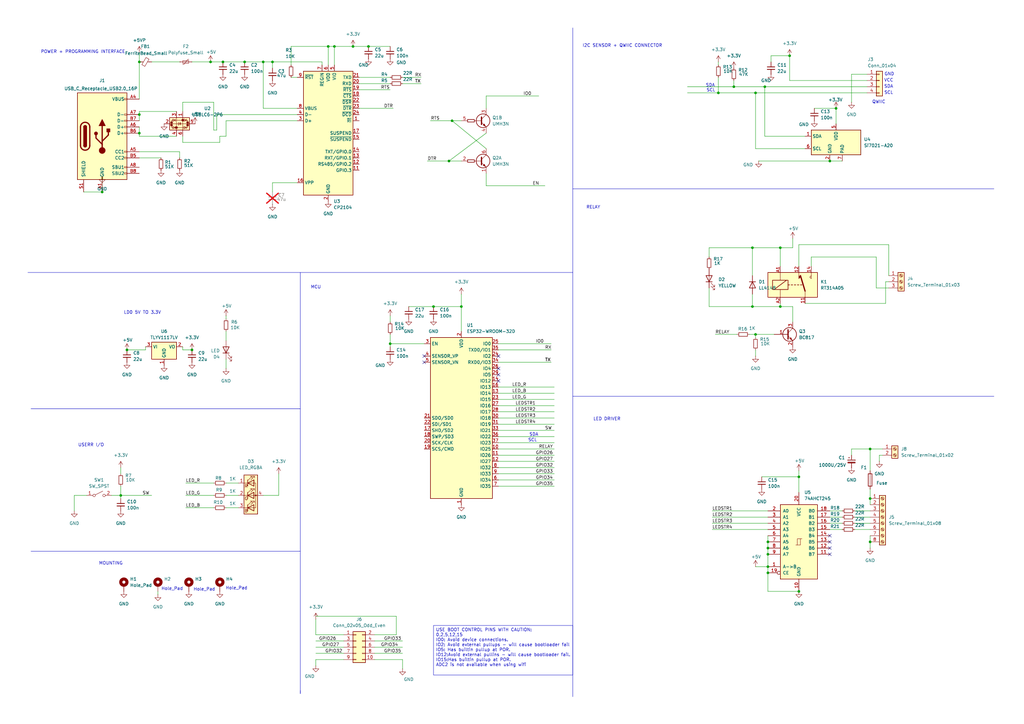
<source format=kicad_sch>
(kicad_sch (version 20231120) (generator "eeschema") (generator_version "8.0")
  (paper "A3")
  (title_block (title "tech-thunders") (date "2024-03-08") (rev "1.0") (company "DJSCE"))
  (lib_symbols
    (symbol "74xx:74HC245" (pin_names (offset 1.016))
      (property "Reference" "U" (at -7.62 16.51 0))
      (property "Value" "74HC245" (at -7.62 -16.51 0))
      (symbol "74HC245_1_0"
        (pin input line (at -12.7 -10.16 0) (length 5.08) (name "A->B") (number "1"))
        (pin power_in line (at 0 -20.32 90) (length 5.08) (name "GND") (number "10"))
        (pin tri_state line (at 12.7 -5.08 180) (length 5.08) (name "B7") (number "11"))
        (pin tri_state line (at 12.7 -2.54 180) (length 5.08) (name "B6") (number "12"))
        (pin tri_state line (at 12.7 0 180) (length 5.08) (name "B5") (number "13"))
        (pin tri_state line (at 12.7 2.54 180) (length 5.08) (name "B4") (number "14"))
        (pin tri_state line (at 12.7 5.08 180) (length 5.08) (name "B3") (number "15"))
        (pin tri_state line (at 12.7 7.62 180) (length 5.08) (name "B2") (number "16"))
        (pin tri_state line (at 12.7 10.16 180) (length 5.08) (name "B1") (number "17"))
        (pin tri_state line (at 12.7 12.7 180) (length 5.08) (name "B0") (number "18"))
        (pin input inverted (at -12.7 -12.7 0) (length 5.08) (name "CE") (number "19"))
        (pin tri_state line (at -12.7 12.7 0) (length 5.08) (name "A0") (number "2"))
        (pin power_in line (at 0 20.32 270) (length 5.08) (name "VCC") (number "20"))
        (pin tri_state line (at -12.7 10.16 0) (length 5.08) (name "A1") (number "3"))
        (pin tri_state line (at -12.7 7.62 0) (length 5.08) (name "A2") (number "4"))
        (pin tri_state line (at -12.7 5.08 0) (length 5.08) (name "A3") (number "5"))
        (pin tri_state line (at -12.7 2.54 0) (length 5.08) (name "A4") (number "6"))
        (pin tri_state line (at -12.7 0 0) (length 5.08) (name "A5") (number "7"))
        (pin tri_state line (at -12.7 -2.54 0) (length 5.08) (name "A6") (number "8"))
        (pin tri_state line (at -12.7 -5.08 0) (length 5.08) (name "A7") (number "9"))
      )
    )
    (symbol "Connector:Screw_Terminal_01x02" (pin_names (offset 1.016) hide)
      (property "Reference" "J" (at 0 2.54 0))
      (property "Value" "Screw_Terminal_01x02" (at 0 -5.08 0))
      (symbol "Screw_Terminal_01x02_1_1"
        (pin passive line (at -5.08 0 0) (length 3.81) (name "Pin_1") (number "1"))
        (pin passive line (at -5.08 -2.54 0) (length 3.81) (name "Pin_2") (number "2"))
      )
    )
    (symbol "Connector:Screw_Terminal_01x03" (pin_names (offset 1.016) hide)
      (property "Reference" "J" (at 0 5.08 0))
      (property "Value" "Screw_Terminal_01x03" (at 0 -5.08 0))
      (symbol "Screw_Terminal_01x03_1_1"
        (pin passive line (at -5.08 2.54 0) (length 3.81) (name "Pin_1") (number "1"))
        (pin passive line (at -5.08 0 0) (length 3.81) (name "Pin_2") (number "2"))
        (pin passive line (at -5.08 -2.54 0) (length 3.81) (name "Pin_3") (number "3"))
      )
    )
    (symbol "Connector:Screw_Terminal_01x08" (pin_names (offset 1.016) hide)
      (property "Reference" "J" (at 0 10.16 0))
      (property "Value" "Screw_Terminal_01x08" (at 0 -12.7 0))
      (symbol "Screw_Terminal_01x08_1_1"
        (pin passive line (at -5.08 7.62 0) (length 3.81) (name "Pin_1") (number "1"))
        (pin passive line (at -5.08 5.08 0) (length 3.81) (name "Pin_2") (number "2"))
        (pin passive line (at -5.08 2.54 0) (length 3.81) (name "Pin_3") (number "3"))
        (pin passive line (at -5.08 0 0) (length 3.81) (name "Pin_4") (number "4"))
        (pin passive line (at -5.08 -2.54 0) (length 3.81) (name "Pin_5") (number "5"))
        (pin passive line (at -5.08 -5.08 0) (length 3.81) (name "Pin_6") (number "6"))
        (pin passive line (at -5.08 -7.62 0) (length 3.81) (name "Pin_7") (number "7"))
        (pin passive line (at -5.08 -10.16 0) (length 3.81) (name "Pin_8") (number "8"))
      )
    )
    (symbol "Connector:USB_C_Receptacle_USB2.0_16P" (pin_names (offset 1.016))
      (property "Reference" "J1" (at 0 22.86 0))
      (property "Value" "USB_C_Receptacle_USB2.0_16P" (at 0 20.32 0))
      (symbol "USB_C_Receptacle_USB2.0_16P_1_1"
        (pin passive line (at 0 -22.86 90) (length 5.08) (name "GND") (number "A1"))
        (pin passive line (at 0 -22.86 90) (length 5.08) hide (name "GND") (number "A12"))
        (pin passive line (at 15.24 15.24 180) (length 5.08) (name "VBUS") (number "A4"))
        (pin bidirectional line (at 15.24 -6.35 180) (length 5.08) (name "CC1") (number "A5"))
        (pin bidirectional line (at 15.24 3.81 180) (length 5.08) (name "D+") (number "A6"))
        (pin bidirectional line (at 15.24 8.89 180) (length 5.08) (name "D-") (number "A7"))
        (pin bidirectional line (at 15.24 -12.7 180) (length 5.08) (name "SBU1") (number "A8"))
        (pin passive line (at 15.24 15.24 180) (length 5.08) hide (name "VBUS") (number "A9"))
        (pin passive line (at 0 -22.86 90) (length 5.08) hide (name "GND") (number "B1"))
        (pin passive line (at 0 -22.86 90) (length 5.08) hide (name "GND") (number "B12"))
        (pin passive line (at 15.24 15.24 180) (length 5.08) hide (name "VBUS") (number "B4"))
        (pin bidirectional line (at 15.24 -8.89 180) (length 5.08) (name "CC2") (number "B5"))
        (pin bidirectional line (at 15.24 1.27 180) (length 5.08) (name "D+") (number "B6"))
        (pin bidirectional line (at 15.24 6.35 180) (length 5.08) (name "D-") (number "B7"))
        (pin bidirectional line (at 15.24 -15.24 180) (length 5.08) (name "SBU2") (number "B8"))
        (pin passive line (at 15.24 15.24 180) (length 5.08) hide (name "VBUS") (number "B9"))
        (pin passive line (at -7.62 -22.86 90) (length 5.08) (name "SHIELD") (number "S1"))
      )
    )
    (symbol "Connector_Generic:Conn_01x04" (pin_names (offset 1.016) hide)
      (property "Reference" "J" (at 0 5.08 0))
      (property "Value" "Conn_01x04" (at 0 -7.62 0))
      (symbol "Conn_01x04_1_1"
        (pin passive line (at -5.08 2.54 0) (length 3.81) (name "Pin_1") (number "1"))
        (pin passive line (at -5.08 0 0) (length 3.81) (name "Pin_2") (number "2"))
        (pin passive line (at -5.08 -2.54 0) (length 3.81) (name "Pin_3") (number "3"))
        (pin passive line (at -5.08 -5.08 0) (length 3.81) (name "Pin_4") (number "4"))
      )
    )
    (symbol "Connector_Generic:Conn_02x05_Odd_Even" (pin_names (offset 1.016) hide)
      (property "Reference" "J" (at 1.27 7.62 0))
      (property "Value" "Conn_02x05_Odd_Even" (at 1.27 -7.62 0))
      (symbol "Conn_02x05_Odd_Even_1_1"
        (pin passive line (at -5.08 5.08 0) (length 3.81) (name "Pin_1") (number "1"))
        (pin passive line (at 7.62 -5.08 180) (length 3.81) (name "Pin_10") (number "10"))
        (pin passive line (at 7.62 5.08 180) (length 3.81) (name "Pin_2") (number "2"))
        (pin passive line (at -5.08 2.54 0) (length 3.81) (name "Pin_3") (number "3"))
        (pin passive line (at 7.62 2.54 180) (length 3.81) (name "Pin_4") (number "4"))
        (pin passive line (at -5.08 0 0) (length 3.81) (name "Pin_5") (number "5"))
        (pin passive line (at 7.62 0 180) (length 3.81) (name "Pin_6") (number "6"))
        (pin passive line (at -5.08 -2.54 0) (length 3.81) (name "Pin_7") (number "7"))
        (pin passive line (at 7.62 -2.54 180) (length 3.81) (name "Pin_8") (number "8"))
        (pin passive line (at -5.08 -5.08 0) (length 3.81) (name "Pin_9") (number "9"))
      )
    )
    (symbol "Device:C_Polarized_Small" (pin_numbers hide) (pin_names (offset 0.254) hide)
      (property "Reference" "C" (at 0.254 1.778 0))
      (property "Value" "C_Polarized_Small" (at 0.254 -2.032 0))
      (symbol "C_Polarized_Small_1_1"
        (pin passive line (at 0 2.54 270) (length 1.8542) (name "~") (number "1"))
        (pin passive line (at 0 -2.54 90) (length 1.8542) (name "~") (number "2"))
      )
    )
    (symbol "Device:C_Small" (pin_numbers hide) (pin_names (offset 0.254) hide)
      (property "Reference" "C" (at 0.254 1.778 0))
      (property "Value" "C_Small" (at 0.254 -2.032 0))
      (symbol "C_Small_1_1"
        (pin passive line (at 0 2.54 270) (length 2.032) (name "~") (number "1"))
        (pin passive line (at 0 -2.54 90) (length 2.032) (name "~") (number "2"))
      )
    )
    (symbol "Device:FerriteBead_Small" (pin_numbers hide) (pin_names (offset 0))
      (property "Reference" "FB" (at 1.905 1.27 0))
      (property "Value" "FerriteBead_Small" (at 1.905 -1.27 0))
      (symbol "FerriteBead_Small_1_1"
        (pin passive line (at 0 2.54 270) (length 1.27) (name "~") (number "1"))
        (pin passive line (at 0 -2.54 90) (length 1.27) (name "~") (number "2"))
      )
    )
    (symbol "Device:Fuse" (pin_numbers hide) (pin_names (offset 0))
      (property "Reference" "F" (at 2.032 0 90))
      (property "Value" "Fuse" (at -1.905 0 90))
      (symbol "Fuse_1_1"
        (pin passive line (at 0 3.81 270) (length 1.27) (name "~") (number "1"))
        (pin passive line (at 0 -3.81 90) (length 1.27) (name "~") (number "2"))
      )
    )
    (symbol "Device:LED" (pin_numbers hide) (pin_names (offset 1.016) hide)
      (property "Reference" "D" (at 0 2.54 0))
      (property "Value" "LED" (at 0 -2.54 0))
      (symbol "LED_1_1"
        (pin passive line (at -3.81 0 0) (length 2.54) (name "K") (number "1"))
        (pin passive line (at 3.81 0 180) (length 2.54) (name "A") (number "2"))
      )
    )
    (symbol "Device:LED_RGBA" (pin_names (offset 0) hide)
      (property "Reference" "D" (at 0 9.398 0))
      (property "Value" "LED_RGBA" (at 0 -8.89 0))
      (symbol "LED_RGBA_0_0"
        (text "B" (at -1.905 -6.35 0) (effects (font (size 1.27 1.27))))
        (text "G" (at -1.905 -1.27 0) (effects (font (size 1.27 1.27))))
        (text "R" (at -1.905 3.81 0) (effects (font (size 1.27 1.27))))
      )
      (symbol "LED_RGBA_1_1"
        (pin passive line (at -5.08 5.08 0) (length 2.54) (name "RK") (number "1"))
        (pin passive line (at -5.08 0 0) (length 2.54) (name "GK") (number "2"))
        (pin passive line (at -5.08 -5.08 0) (length 2.54) (name "BK") (number "3"))
        (pin passive line (at 5.08 0 180) (length 2.54) (name "A") (number "4"))
      )
    )
    (symbol "Device:Polyfuse_Small" (pin_numbers hide) (pin_names (offset 0))
      (property "Reference" "F" (at -1.905 0 90))
      (property "Value" "Polyfuse_Small" (at 1.905 0 90))
      (symbol "Polyfuse_Small_1_1"
        (pin passive line (at 0 2.54 270) (length 0.635) (name "~") (number "1"))
        (pin passive line (at 0 -2.54 90) (length 0.635) (name "~") (number "2"))
      )
    )
    (symbol "Device:R_Small" (pin_numbers hide) (pin_names (offset 0.254) hide)
      (property "Reference" "R" (at 0.762 0.508 0))
      (property "Value" "R_Small" (at 0.762 -1.016 0))
      (symbol "R_Small_1_1"
        (pin passive line (at 0 2.54 270) (length 0.762) (name "~") (number "1"))
        (pin passive line (at 0 -2.54 90) (length 0.762) (name "~") (number "2"))
      )
    )
    (symbol "Diode:LL4148" (pin_numbers hide) (pin_names hide)
      (property "Reference" "D" (at 0 2.54 0))
      (property "Value" "LL4148" (at 0 -2.54 0))
      (symbol "LL4148_1_1"
        (pin passive line (at -3.81 0 0) (length 2.54) (name "K") (number "1"))
        (pin passive line (at 3.81 0 180) (length 2.54) (name "A") (number "2"))
      )
    )
    (symbol "Interface_USB:CP2104"
      (property "Reference" "U" (at -5.08 28.575 0))
      (property "Value" "CP2104" (at -5.08 26.67 0))
      (symbol "CP2104_1_1"
        (pin input line (at 12.7 5.08 180) (length 2.54) (name "~{RI}") (number "1"))
        (pin no_connect line (at 10.16 -20.32 180) (length 2.54) hide (name "NC") (number "10"))
        (pin bidirectional line (at 12.7 -15.24 180) (length 2.54) (name "GPIO.3") (number "11"))
        (pin bidirectional line (at 12.7 -12.7 180) (length 2.54) (name "RS485/GPIO.2") (number "12"))
        (pin bidirectional line (at 12.7 -10.16 180) (length 2.54) (name "RXT/GPIO.1") (number "13"))
        (pin bidirectional line (at 12.7 -7.62 180) (length 2.54) (name "TXT/GPIO.0") (number "14"))
        (pin output line (at 12.7 -2.54 180) (length 2.54) (name "~{SUSPEND}") (number "15"))
        (pin passive line (at -12.7 -20.32 0) (length 2.54) (name "VPP") (number "16"))
        (pin output line (at 12.7 0 180) (length 2.54) (name "SUSPEND") (number "17"))
        (pin input line (at 12.7 15.24 180) (length 2.54) (name "~{CTS}") (number "18"))
        (pin output line (at 12.7 17.78 180) (length 2.54) (name "~{RTS}") (number "19"))
        (pin power_in line (at 0 -27.94 90) (length 2.54) (name "GND") (number "2"))
        (pin input line (at 12.7 20.32 180) (length 2.54) (name "RXD") (number "20"))
        (pin output line (at 12.7 22.86 180) (length 2.54) (name "TXD") (number "21"))
        (pin input line (at 12.7 12.7 180) (length 2.54) (name "~{DSR}") (number "22"))
        (pin output line (at 12.7 10.16 180) (length 2.54) (name "~{DTR}") (number "23"))
        (pin input line (at 12.7 7.62 180) (length 2.54) (name "~{DCD}") (number "24"))
        (pin passive line (at 0 -27.94 90) (length 2.54) hide (name "GND") (number "25"))
        (pin bidirectional line (at -12.7 5.08 0) (length 2.54) (name "D+") (number "3"))
        (pin bidirectional line (at -12.7 7.62 0) (length 2.54) (name "D-") (number "4"))
        (pin power_in line (at 2.54 27.94 270) (length 2.54) (name "VIO") (number "5"))
        (pin power_in line (at 0 27.94 270) (length 2.54) (name "VDD") (number "6"))
        (pin power_in line (at -2.54 27.94 270) (length 2.54) (name "REGIN") (number "7"))
        (pin input line (at -12.7 10.16 0) (length 2.54) (name "VBUS") (number "8"))
        (pin bidirectional line (at -12.7 22.86 0) (length 2.54) (name "~{RST}") (number "9"))
      )
    )
    (symbol "Mechanical:MountingHole_Pad" (pin_numbers hide) (pin_names (offset 1.016) hide)
      (property "Reference" "H" (at 0 6.35 0))
      (property "Value" "MountingHole_Pad" (at 0 4.445 0))
      (symbol "MountingHole_Pad_1_1"
        (pin input line (at 0 -2.54 90) (length 2.54) (name "1") (number "1"))
      )
    )
    (symbol "Power_Protection:USBLC6-2P6" (pin_names hide)
      (property "Reference" "U" (at 0.635 5.715 0))
      (property "Value" "USBLC6-2P6" (at 0.635 3.81 0))
      (symbol "USBLC6-2P6_1_1"
        (pin passive line (at -5.08 0 0) (length 2.54) (name "I/O1") (number "1"))
        (pin passive line (at 0 -7.62 90) (length 2.54) (name "GND") (number "2"))
        (pin passive line (at -5.08 -2.54 0) (length 2.54) (name "I/O2") (number "3"))
        (pin passive line (at 5.08 -2.54 180) (length 2.54) (name "I/O2") (number "4"))
        (pin passive line (at 0 5.08 270) (length 2.54) (name "VBUS") (number "5"))
        (pin passive line (at 5.08 0 180) (length 2.54) (name "I/O1") (number "6"))
      )
    )
    (symbol "RF_Module:ESP32-WROOM-32D"
      (property "Reference" "U" (at -12.7 34.29 0))
      (property "Value" "ESP32-WROOM-32D" (at 1.27 34.29 0))
      (symbol "ESP32-WROOM-32D_1_1"
        (pin power_in line (at 0 -35.56 90) (length 2.54) (name "GND") (number "1"))
        (pin bidirectional line (at 15.24 -12.7 180) (length 2.54) (name "IO25") (number "10"))
        (pin bidirectional line (at 15.24 -15.24 180) (length 2.54) (name "IO26") (number "11"))
        (pin bidirectional line (at 15.24 -17.78 180) (length 2.54) (name "IO27") (number "12"))
        (pin bidirectional line (at 15.24 10.16 180) (length 2.54) (name "IO14") (number "13"))
        (pin bidirectional line (at 15.24 15.24 180) (length 2.54) (name "IO12") (number "14"))
        (pin passive line (at 0 -35.56 90) (length 2.54) hide (name "GND") (number "15"))
        (pin bidirectional line (at 15.24 12.7 180) (length 2.54) (name "IO13") (number "16"))
        (pin bidirectional line (at -15.24 -5.08 0) (length 2.54) (name "SHD/SD2") (number "17"))
        (pin bidirectional line (at -15.24 -7.62 0) (length 2.54) (name "SWP/SD3") (number "18"))
        (pin bidirectional line (at -15.24 -12.7 0) (length 2.54) (name "SCS/CMD") (number "19"))
        (pin power_in line (at 0 35.56 270) (length 2.54) (name "VDD") (number "2"))
        (pin bidirectional line (at -15.24 -10.16 0) (length 2.54) (name "SCK/CLK") (number "20"))
        (pin bidirectional line (at -15.24 0 0) (length 2.54) (name "SDO/SD0") (number "21"))
        (pin bidirectional line (at -15.24 -2.54 0) (length 2.54) (name "SDI/SD1") (number "22"))
        (pin bidirectional line (at 15.24 7.62 180) (length 2.54) (name "IO15") (number "23"))
        (pin bidirectional line (at 15.24 25.4 180) (length 2.54) (name "IO2") (number "24"))
        (pin bidirectional line (at 15.24 30.48 180) (length 2.54) (name "IO0") (number "25"))
        (pin bidirectional line (at 15.24 20.32 180) (length 2.54) (name "IO4") (number "26"))
        (pin bidirectional line (at 15.24 5.08 180) (length 2.54) (name "IO16") (number "27"))
        (pin bidirectional line (at 15.24 2.54 180) (length 2.54) (name "IO17") (number "28"))
        (pin bidirectional line (at 15.24 17.78 180) (length 2.54) (name "IO5") (number "29"))
        (pin input line (at -15.24 30.48 0) (length 2.54) (name "EN") (number "3"))
        (pin bidirectional line (at 15.24 0 180) (length 2.54) (name "IO18") (number "30"))
        (pin bidirectional line (at 15.24 -2.54 180) (length 2.54) (name "IO19") (number "31"))
        (pin no_connect line (at -12.7 -27.94 0) (length 2.54) hide (name "NC") (number "32"))
        (pin bidirectional line (at 15.24 -5.08 180) (length 2.54) (name "IO21") (number "33"))
        (pin bidirectional line (at 15.24 22.86 180) (length 2.54) (name "RXD0/IO3") (number "34"))
        (pin bidirectional line (at 15.24 27.94 180) (length 2.54) (name "TXD0/IO1") (number "35"))
        (pin bidirectional line (at 15.24 -7.62 180) (length 2.54) (name "IO22") (number "36"))
        (pin bidirectional line (at 15.24 -10.16 180) (length 2.54) (name "IO23") (number "37"))
        (pin passive line (at 0 -35.56 90) (length 2.54) hide (name "GND") (number "38"))
        (pin passive line (at 0 -35.56 90) (length 2.54) hide (name "GND") (number "39"))
        (pin input line (at -15.24 25.4 0) (length 2.54) (name "SENSOR_VP") (number "4"))
        (pin input line (at -15.24 22.86 0) (length 2.54) (name "SENSOR_VN") (number "5"))
        (pin input line (at 15.24 -25.4 180) (length 2.54) (name "IO34") (number "6"))
        (pin input line (at 15.24 -27.94 180) (length 2.54) (name "IO35") (number "7"))
        (pin bidirectional line (at 15.24 -20.32 180) (length 2.54) (name "IO32") (number "8"))
        (pin bidirectional line (at 15.24 -22.86 180) (length 2.54) (name "IO33") (number "9"))
      )
    )
    (symbol "Regulator_Linear:LM1117MP-1.8"
      (property "Reference" "U" (at -3.81 3.175 0))
      (property "Value" "LM1117MP-1.8" (at 0 3.175 0))
      (symbol "LM1117MP-1.8_1_1"
        (pin power_in line (at 0 -7.62 90) (length 2.54) (name "GND") (number "1"))
        (pin power_out line (at 7.62 0 180) (length 2.54) (name "VO") (number "2"))
        (pin power_in line (at -7.62 0 0) (length 2.54) (name "VI") (number "3"))
      )
    )
    (symbol "Relay:RT314A05"
      (property "Reference" "K" (at 11.43 3.81 0))
      (property "Value" "RT314A05" (at 11.43 1.27 0))
      (symbol "RT314A05_1_1"
        (pin passive line (at 5.08 -7.62 90) (length 2.54) (name "~") (number "11"))
        (pin passive line (at 2.54 7.62 270) (length 2.54) (name "~") (number "12"))
        (pin passive line (at 7.62 7.62 270) (length 2.54) (name "~") (number "14"))
        (pin passive line (at -5.08 7.62 270) (length 2.54) (name "~") (number "A1"))
        (pin passive line (at -5.08 -7.62 90) (length 2.54) (name "~") (number "A2"))
      )
    )
    (symbol "Sensor_Humidity:Si7021-A20"
      (property "Reference" "U" (at -5.08 7.62 0))
      (property "Value" "Si7021-A20" (at -10.16 10.16 0))
      (symbol "Si7021-A20_1_1"
        (pin bidirectional line (at -12.7 2.54 0) (length 2.54) (name "SDA") (number "1"))
        (pin power_in line (at -2.54 -7.62 90) (length 2.54) (name "GND") (number "2"))
        (pin no_connect line (at 10.16 2.54 180) (length 2.54) hide (name "NC") (number "3"))
        (pin no_connect line (at 10.16 -2.54 180) (length 2.54) hide (name "NC") (number "4"))
        (pin power_in line (at 0 7.62 270) (length 2.54) (name "VDD") (number "5"))
        (pin input line (at -12.7 -2.54 0) (length 2.54) (name "SCL") (number "6"))
        (pin passive line (at 2.54 -7.62 90) (length 2.54) (name "PAD") (number "7"))
      )
    )
    (symbol "Switch:SW_SPST" (pin_names (offset 0) hide)
      (property "Reference" "SW" (at 0 3.175 0))
      (property "Value" "SW_SPST" (at 0 -2.54 0))
      (symbol "SW_SPST_1_1"
        (pin passive line (at -5.08 0 0) (length 2.54) (name "A") (number "1"))
        (pin passive line (at 5.08 0 180) (length 2.54) (name "B") (number "2"))
      )
    )
    (symbol "Transistor_BJT:BC817" (pin_names (offset 0) hide)
      (property "Reference" "Q" (at 5.08 1.905 0))
      (property "Value" "BC817" (at 5.08 0 0))
      (symbol "BC817_1_1"
        (pin input line (at -5.08 0 0) (length 5.715) (name "B") (number "1"))
        (pin passive line (at 2.54 -5.08 90) (length 2.54) (name "E") (number "2"))
        (pin passive line (at 2.54 5.08 270) (length 2.54) (name "C") (number "3"))
      )
    )
    (symbol "Transistor_BJT:UMH3N" (pin_names hide)
      (property "Reference" "Q" (at 7.62 1.27 0))
      (property "Value" "UMH3N" (at 7.62 -1.27 0))
      (symbol "UMH3N_1_1"
        (pin passive line (at 5.08 -5.08 90) (length 2.54) (name "E1") (number "1"))
        (pin input line (at -5.08 0 0) (length 2.54) (name "B1") (number "2"))
        (pin passive line (at 5.08 5.08 270) (length 2.54) (name "C1") (number "6"))
      )
      (symbol "UMH3N_2_1"
        (pin passive line (at 5.08 5.08 270) (length 2.54) (name "C2") (number "3"))
        (pin passive line (at 5.08 -5.08 90) (length 2.54) (name "E2") (number "4"))
        (pin input line (at -5.08 0 0) (length 2.54) (name "B2") (number "5"))
      )
    )
    (symbol "power:+3.3V" (power) (pin_numbers hide) (pin_names (offset 0) hide)
      (property "Value" "+3.3V" (at 0 3.556 0))
      (symbol "+3.3V_1_1"
        (pin power_in line (at 0 0 90) (length 0) (name "~") (number "1"))
      )
    )
    (symbol "power:+5V" (power) (pin_numbers hide) (pin_names (offset 0) hide)
      (property "Value" "+5V" (at 0 3.556 0))
      (symbol "+5V_1_1"
        (pin power_in line (at 0 0 90) (length 0) (name "~") (number "1"))
      )
    )
    (symbol "power:+5VP" (power) (pin_numbers hide) (pin_names (offset 0) hide)
      (property "Value" "+5VP" (at 0 3.556 0))
      (symbol "+5VP_1_1"
        (pin power_in line (at 0 0 90) (length 0) (name "~") (number "1"))
      )
    )
    (symbol "power:GND" (power) (pin_numbers hide) (pin_names (offset 0) hide)
      (property "Value" "GND" (at 0 -3.81 0))
      (symbol "GND_1_1"
        (pin power_in line (at 0 0 270) (length 0) (name "~") (number "1"))
      )
    )
  )
  (junction (at 57.15 46.99))
  (junction (at 100.33 25.4))
  (junction (at 327.66 195.58))
  (junction (at 314.96 234.95))
  (junction (at 137.16 19.05))
  (junction (at 300.99 35.56))
  (junction (at 356.87 204.47))
  (junction (at 308.61 125.73))
  (junction (at 323.85 22.86))
  (junction (at 314.96 232.41))
  (junction (at 320.04 101.6))
  (junction (at 294.64 38.1))
  (junction (at 52.07 143.51))
  (junction (at 57.15 54.61))
  (junction (at 309.88 137.16))
  (junction (at 41.91 78.74))
  (junction (at 320.04 125.73))
  (junction (at 313.69 35.56))
  (junction (at 78.74 143.51))
  (junction (at 57.15 25.4))
  (junction (at 356.87 184.15))
  (junction (at 160.02 140.97))
  (junction (at 91.44 25.4))
  (junction (at 342.9 44.45))
  (junction (at 49.53 203.2))
  (junction (at 356.87 222.25))
  (junction (at 184.15 66.04))
  (junction (at 340.36 66.04))
  (junction (at 314.96 227.33))
  (junction (at 189.23 125.73))
  (junction (at 177.8 125.73))
  (junction (at 308.61 101.6))
  (junction (at 134.62 19.05))
  (junction (at 86.36 25.4))
  (junction (at 327.66 242.57))
  (junction (at 151.13 19.05))
  (junction (at 107.95 25.4))
  (junction (at 314.96 224.79))
  (junction (at 185.42 49.53))
  (junction (at 309.88 38.1))
  (junction (at 314.96 222.25))
  (junction (at 144.78 19.05))
  (junction (at 111.76 25.4))
  (no_connect (at 340.36 227.33))
  (no_connect (at 204.47 146.05))
  (no_connect (at 340.36 222.25))
  (no_connect (at 204.47 156.21))
  (no_connect (at 340.36 219.71))
  (no_connect (at 204.47 151.13))
  (no_connect (at 173.99 146.05))
  (no_connect (at 173.99 148.59))
  (no_connect (at 204.47 153.67))
  (no_connect (at 340.36 224.79))
  (wire (pts (xy 129.54 262.89) (xy 140.97 262.89)))
  (wire (pts (xy 165.1 31.75) (xy 172.72 31.75)))
  (wire (pts (xy 309.88 38.1) (xy 355.6 38.1)))
  (wire (pts (xy 57.15 21.59) (xy 57.15 25.4)))
  (wire (pts (xy 204.47 194.31) (xy 227.33 194.31)))
  (wire (pts (xy 92.71 129.54) (xy 92.71 130.81)))
  (wire (pts (xy 90.17 55.88) (xy 90.17 58.42)))
  (wire (pts (xy 309.88 143.51) (xy 309.88 146.05)))
  (wire (pts (xy 342.9 44.45) (xy 342.9 50.8)))
  (wire (pts (xy 160.02 142.24) (xy 160.02 140.97)))
  (wire (pts (xy 57.15 55.88) (xy 72.39 55.88)))
  (wire (pts (xy 316.23 25.4) (xy 316.23 22.86)))
  (polyline (pts (xy 12.7 167.64) (xy 123.19 167.64)))
  (wire (pts (xy 204.47 171.45) (xy 227.33 171.45)))
  (wire (pts (xy 189.23 66.04) (xy 184.15 66.04)))
  (wire (pts (xy 204.47 168.91) (xy 227.33 168.91)))
  (wire (pts (xy 74.93 143.51) (xy 74.93 142.24)))
  (wire (pts (xy 76.2 198.12) (xy 87.63 198.12)))
  (wire (pts (xy 86.36 25.4) (xy 91.44 25.4)))
  (wire (pts (xy 129.54 254) (xy 129.54 260.35)))
  (wire (pts (xy 74.93 41.91) (xy 87.63 41.91)))
  (wire (pts (xy 340.36 212.09) (xy 345.44 212.09)))
  (wire (pts (xy 204.47 184.15) (xy 227.33 184.15)))
  (wire (pts (xy 327.66 195.58) (xy 327.66 201.93)))
  (wire (pts (xy 64.77 242.57) (xy 64.77 243.84)))
  (wire (pts (xy 327.66 193.04) (xy 327.66 195.58)))
  (polyline (pts (xy 234.95 111.76) (xy 234.95 285.75)))
  (wire (pts (xy 57.15 54.61) (xy 57.15 55.88)))
  (wire (pts (xy 49.53 191.77) (xy 49.53 194.31)))
  (wire (pts (xy 204.47 189.23) (xy 227.33 189.23)))
  (wire (pts (xy 49.53 203.2) (xy 45.72 203.2)))
  (wire (pts (xy 100.33 25.4) (xy 107.95 25.4)))
  (wire (pts (xy 78.74 25.4) (xy 86.36 25.4)))
  (wire (pts (xy 290.83 101.6) (xy 308.61 101.6)))
  (wire (pts (xy 350.52 217.17) (xy 356.87 217.17)))
  (wire (pts (xy 153.67 270.51) (xy 165.1 270.51)))
  (wire (pts (xy 49.53 204.47) (xy 49.53 203.2)))
  (wire (pts (xy 199.39 39.37) (xy 220.98 39.37)))
  (wire (pts (xy 140.97 270.51) (xy 129.54 270.51)))
  (wire (pts (xy 160.02 129.54) (xy 160.02 132.08)))
  (wire (pts (xy 78.74 143.51) (xy 74.93 143.51)))
  (wire (pts (xy 340.36 209.55) (xy 345.44 209.55)))
  (wire (pts (xy 57.15 49.53) (xy 57.15 46.99)))
  (wire (pts (xy 144.78 19.05) (xy 151.13 19.05)))
  (wire (pts (xy 308.61 120.65) (xy 308.61 125.73)))
  (wire (pts (xy 177.8 125.73) (xy 189.23 125.73)))
  (wire (pts (xy 355.6 30.48) (xy 349.25 30.48)))
  (wire (pts (xy 162.56 260.35) (xy 162.56 252.73)))
  (wire (pts (xy 57.15 25.4) (xy 57.15 40.64)))
  (wire (pts (xy 314.96 234.95) (xy 314.96 242.57)))
  (wire (pts (xy 119.38 19.05) (xy 134.62 19.05)))
  (wire (pts (xy 121.92 44.45) (xy 107.95 44.45)))
  (wire (pts (xy 309.88 232.41) (xy 314.96 232.41)))
  (wire (pts (xy 204.47 143.51) (xy 226.06 143.51)))
  (wire (pts (xy 290.83 118.11) (xy 290.83 125.73)))
  (wire (pts (xy 313.69 35.56) (xy 355.6 35.56)))
  (wire (pts (xy 356.87 219.71) (xy 356.87 222.25)))
  (wire (pts (xy 330.2 55.88) (xy 313.69 55.88)))
  (wire (pts (xy 320.04 101.6) (xy 320.04 109.22)))
  (polyline (pts (xy 11.43 111.76) (xy 234.95 111.76)))
  (wire (pts (xy 290.83 105.41) (xy 290.83 101.6)))
  (wire (pts (xy 204.47 199.39) (xy 227.33 199.39)))
  (wire (pts (xy 153.67 265.43) (xy 165.1 265.43)))
  (wire (pts (xy 147.32 34.29) (xy 160.02 34.29)))
  (wire (pts (xy 41.91 78.74) (xy 34.29 78.74)))
  (wire (pts (xy 281.94 35.56) (xy 300.99 35.56)))
  (wire (pts (xy 62.23 25.4) (xy 73.66 25.4)))
  (wire (pts (xy 314.96 219.71) (xy 314.96 222.25)))
  (wire (pts (xy 308.61 101.6) (xy 320.04 101.6)))
  (wire (pts (xy 153.67 262.89) (xy 165.1 262.89)))
  (wire (pts (xy 160.02 137.16) (xy 160.02 140.97)))
  (wire (pts (xy 363.22 115.57) (xy 363.22 124.46)))
  (wire (pts (xy 167.64 125.73) (xy 177.8 125.73)))
  (wire (pts (xy 313.69 55.88) (xy 313.69 35.56)))
  (wire (pts (xy 57.15 52.07) (xy 57.15 54.61)))
  (wire (pts (xy 317.5 137.16) (xy 309.88 137.16)))
  (wire (pts (xy 88.9 53.34) (xy 88.9 46.99)))
  (wire (pts (xy 189.23 125.73) (xy 189.23 135.89)))
  (wire (pts (xy 147.32 36.83) (xy 160.02 36.83)))
  (wire (pts (xy 147.32 44.45) (xy 161.29 44.45)))
  (wire (pts (xy 114.3 194.31) (xy 114.3 203.2)))
  (wire (pts (xy 204.47 181.61) (xy 227.33 181.61)))
  (wire (pts (xy 119.38 31.75) (xy 121.92 31.75)))
  (wire (pts (xy 349.25 186.69) (xy 349.25 184.15)))
  (wire (pts (xy 204.47 161.29) (xy 227.33 161.29)))
  (wire (pts (xy 111.76 25.4) (xy 132.08 25.4)))
  (wire (pts (xy 185.42 49.53) (xy 176.53 49.53)))
  (wire (pts (xy 293.37 137.16) (xy 302.26 137.16)))
  (wire (pts (xy 204.47 163.83) (xy 227.33 163.83)))
  (wire (pts (xy 327.66 100.33) (xy 327.66 109.22)))
  (wire (pts (xy 292.1 214.63) (xy 314.96 214.63)))
  (wire (pts (xy 129.54 267.97) (xy 140.97 267.97)))
  (wire (pts (xy 350.52 209.55) (xy 356.87 209.55)))
  (wire (pts (xy 340.36 214.63) (xy 345.44 214.63)))
  (wire (pts (xy 312.42 195.58) (xy 327.66 195.58)))
  (wire (pts (xy 92.71 208.28) (xy 97.79 208.28)))
  (wire (pts (xy 332.74 105.41) (xy 332.74 109.22)))
  (wire (pts (xy 294.64 38.1) (xy 309.88 38.1)))
  (wire (pts (xy 160.02 140.97) (xy 173.99 140.97)))
  (wire (pts (xy 76.2 208.28) (xy 87.63 208.28)))
  (wire (pts (xy 323.85 33.02) (xy 323.85 22.86)))
  (wire (pts (xy 153.67 260.35) (xy 162.56 260.35)))
  (wire (pts (xy 57.15 46.99) (xy 57.15 45.72)))
  (wire (pts (xy 204.47 186.69) (xy 227.33 186.69)))
  (wire (pts (xy 350.52 214.63) (xy 356.87 214.63)))
  (wire (pts (xy 290.83 125.73) (xy 308.61 125.73)))
  (wire (pts (xy 92.71 151.13) (xy 92.71 147.32)))
  (wire (pts (xy 356.87 222.25) (xy 356.87 224.79)))
  (wire (pts (xy 349.25 184.15) (xy 356.87 184.15)))
  (polyline (pts (xy 123.19 111.76) (xy 123.19 284.48)))
  (wire (pts (xy 199.39 71.12) (xy 199.39 76.2)))
  (wire (pts (xy 356.87 204.47) (xy 356.87 207.01)))
  (wire (pts (xy 204.47 173.99) (xy 227.33 173.99)))
  (wire (pts (xy 204.47 166.37) (xy 227.33 166.37)))
  (wire (pts (xy 134.62 19.05) (xy 134.62 26.67)))
  (wire (pts (xy 204.47 148.59) (xy 226.06 148.59)))
  (polyline (pts (xy 234.95 77.47) (xy 407.67 77.47)))
  (wire (pts (xy 147.32 31.75) (xy 160.02 31.75)))
  (wire (pts (xy 91.44 25.4) (xy 100.33 25.4)))
  (wire (pts (xy 57.15 62.23) (xy 73.66 62.23)))
  (wire (pts (xy 92.71 49.53) (xy 121.92 49.53)))
  (wire (pts (xy 87.63 53.34) (xy 88.9 53.34)))
  (wire (pts (xy 307.34 137.16) (xy 309.88 137.16)))
  (wire (pts (xy 300.99 35.56) (xy 313.69 35.56)))
  (wire (pts (xy 129.54 270.51) (xy 129.54 273.05)))
  (wire (pts (xy 316.23 22.86) (xy 323.85 22.86)))
  (wire (pts (xy 137.16 19.05) (xy 144.78 19.05)))
  (wire (pts (xy 314.96 232.41) (xy 314.96 234.95)))
  (wire (pts (xy 57.15 45.72) (xy 72.39 45.72)))
  (wire (pts (xy 35.56 203.2) (xy 30.48 203.2)))
  (wire (pts (xy 114.3 203.2) (xy 107.95 203.2)))
  (wire (pts (xy 361.95 186.69) (xy 360.68 186.69)))
  (wire (pts (xy 162.56 252.73) (xy 129.54 252.73)))
  (wire (pts (xy 129.54 265.43) (xy 140.97 265.43)))
  (wire (pts (xy 314.96 224.79) (xy 314.96 227.33)))
  (wire (pts (xy 300.99 33.02) (xy 300.99 35.56)))
  (wire (pts (xy 151.13 19.05) (xy 160.02 19.05)))
  (polyline (pts (xy 12.7 226.06) (xy 123.19 226.06)))
  (wire (pts (xy 153.67 267.97) (xy 165.1 267.97)))
  (wire (pts (xy 74.93 55.88) (xy 74.93 58.42)))
  (wire (pts (xy 129.54 260.35) (xy 140.97 260.35)))
  (wire (pts (xy 121.92 74.93) (xy 111.76 74.93)))
  (wire (pts (xy 119.38 26.67) (xy 119.38 19.05)))
  (wire (pts (xy 309.88 137.16) (xy 309.88 138.43)))
  (wire (pts (xy 87.63 53.34) (xy 87.63 41.91)))
  (wire (pts (xy 292.1 217.17) (xy 314.96 217.17)))
  (wire (pts (xy 49.53 199.39) (xy 49.53 203.2)))
  (wire (pts (xy 189.23 120.65) (xy 189.23 125.73)))
  (wire (pts (xy 355.6 33.02) (xy 323.85 33.02)))
  (wire (pts (xy 204.47 179.07) (xy 227.33 179.07)))
  (polyline (pts (xy 234.95 11.43) (xy 234.95 111.76)))
  (wire (pts (xy 204.47 140.97) (xy 226.06 140.97)))
  (wire (pts (xy 325.12 97.79) (xy 325.12 101.6)))
  (wire (pts (xy 308.61 113.03) (xy 308.61 101.6)))
  (wire (pts (xy 204.47 158.75) (xy 227.33 158.75)))
  (wire (pts (xy 309.88 60.96) (xy 309.88 38.1)))
  (wire (pts (xy 137.16 19.05) (xy 137.16 26.67)))
  (wire (pts (xy 165.1 34.29) (xy 172.72 34.29)))
  (wire (pts (xy 292.1 212.09) (xy 314.96 212.09)))
  (wire (pts (xy 30.48 203.2) (xy 30.48 209.55)))
  (wire (pts (xy 74.93 58.42) (xy 90.17 58.42)))
  (wire (pts (xy 204.47 176.53) (xy 227.33 176.53)))
  (wire (pts (xy 349.25 30.48) (xy 349.25 41.91)))
  (wire (pts (xy 330.2 60.96) (xy 309.88 60.96)))
  (wire (pts (xy 356.87 184.15) (xy 356.87 193.04)))
  (wire (pts (xy 199.39 54.61) (xy 184.15 66.04)))
  (wire (pts (xy 364.49 115.57) (xy 363.22 115.57)))
  (wire (pts (xy 308.61 125.73) (xy 320.04 125.73)))
  (wire (pts (xy 360.68 186.69) (xy 360.68 189.23)))
  (wire (pts (xy 76.2 203.2) (xy 87.63 203.2)))
  (wire (pts (xy 199.39 44.45) (xy 199.39 39.37)))
  (wire (pts (xy 314.96 227.33) (xy 314.96 232.41)))
  (wire (pts (xy 189.23 49.53) (xy 185.42 49.53)))
  (wire (pts (xy 52.07 143.51) (xy 59.69 143.51)))
  (wire (pts (xy 92.71 55.88) (xy 90.17 55.88)))
  (wire (pts (xy 356.87 200.66) (xy 356.87 204.47)))
  (wire (pts (xy 92.71 198.12) (xy 97.79 198.12)))
  (wire (pts (xy 107.95 25.4) (xy 111.76 25.4)))
  (wire (pts (xy 320.04 101.6) (xy 325.12 101.6)))
  (wire (pts (xy 320.04 124.46) (xy 320.04 125.73)))
  (wire (pts (xy 364.49 100.33) (xy 327.66 100.33)))
  (wire (pts (xy 204.47 196.85) (xy 227.33 196.85)))
  (wire (pts (xy 92.71 55.88) (xy 92.71 49.53)))
  (wire (pts (xy 281.94 38.1) (xy 294.64 38.1)))
  (wire (pts (xy 204.47 191.77) (xy 227.33 191.77)))
  (wire (pts (xy 111.76 74.93) (xy 111.76 78.74)))
  (wire (pts (xy 88.9 46.99) (xy 121.92 46.99)))
  (wire (pts (xy 292.1 209.55) (xy 314.96 209.55)))
  (wire (pts (xy 57.15 64.77) (xy 66.04 64.77)))
  (wire (pts (xy 111.76 27.94) (xy 111.76 25.4)))
  (wire (pts (xy 73.66 62.23) (xy 73.66 64.77)))
  (wire (pts (xy 41.91 78.74) (xy 41.91 72.39)))
  (wire (pts (xy 314.96 222.25) (xy 314.96 224.79)))
  (wire (pts (xy 59.69 143.51) (xy 59.69 142.24)))
  (wire (pts (xy 294.64 31.75) (xy 294.64 38.1)))
  (wire (pts (xy 311.15 66.04) (xy 340.36 66.04)))
  (wire (pts (xy 134.62 19.05) (xy 137.16 19.05)))
  (wire (pts (xy 359.41 105.41) (xy 332.74 105.41)))
  (wire (pts (xy 74.93 45.72) (xy 74.93 41.91)))
  (wire (pts (xy 294.64 25.4) (xy 294.64 26.67)))
  (wire (pts (xy 199.39 60.96) (xy 185.42 49.53)))
  (wire (pts (xy 165.1 270.51) (xy 165.1 274.32)))
  (polyline (pts (xy 234.95 162.56) (xy 407.67 162.56)))
  (wire (pts (xy 359.41 118.11) (xy 359.41 105.41)))
  (wire (pts (xy 330.2 124.46) (xy 363.22 124.46)))
  (wire (pts (xy 184.15 66.04) (xy 175.26 66.04)))
  (wire (pts (xy 340.36 66.04) (xy 345.44 66.04)))
  (wire (pts (xy 49.53 203.2) (xy 62.23 203.2)))
  (wire (pts (xy 334.01 44.45) (xy 342.9 44.45)))
  (wire (pts (xy 199.39 76.2) (xy 223.52 76.2)))
  (wire (pts (xy 364.49 118.11) (xy 359.41 118.11)))
  (wire (pts (xy 320.04 125.73) (xy 325.12 125.73)))
  (wire (pts (xy 356.87 184.15) (xy 361.95 184.15)))
  (wire (pts (xy 364.49 113.03) (xy 364.49 100.33)))
  (wire (pts (xy 132.08 25.4) (xy 132.08 26.67)))
  (polyline (pts (xy 123.19 283.21) (xy 123.19 284.48)))
  (wire (pts (xy 314.96 242.57) (xy 327.66 242.57)))
  (wire (pts (xy 92.71 135.89) (xy 92.71 139.7)))
  (wire (pts (xy 340.36 217.17) (xy 345.44 217.17)))
  (wire (pts (xy 325.12 125.73) (xy 325.12 132.08)))
  (wire (pts (xy 350.52 212.09) (xy 356.87 212.09)))
  (wire (pts (xy 92.71 203.2) (xy 97.79 203.2)))
  (wire (pts (xy 107.95 25.4) (xy 107.95 44.45)))
  (text_box "USE BOOT CONTROL PINS WITH CAUTION:\n0,2,5,12,15\nIO0: Avoid device connections. \nIO2: Avoid external pullups - will cause bootloader fail\nIO5: Has builtin pullup at POR.\nIO12:Avoid external pullins - will cause bootloader fail.\nIO15:Has builtin pullup at POR.\nADC2 is not available when using wifi" (at 177.8 256.54 0) (size 57.15 20.32) (effects (font (size 1.27 1.27)) (justify left top)))
  (text "SDA\n" (at 364.49 35.56 0) (effects (font (size 1.27 1.27))))
  (text "MCU" (at 129.54 117.856 0) (effects (font (size 1.27 1.27))))
  (text "USERR I/O\n\n" (at 37.338 183.642 0) (effects (font (size 1.27 1.27))))
  (text "VCC\n" (at 364.49 33.02 0) (effects (font (size 1.27 1.27))))
  (text "MOUNTING\n" (at 45.466 231.14 0) (effects (font (size 1.27 1.27))))
  (text "SDA\n" (at 291.338 35.052 0) (effects (font (size 1.27 1.27))))
  (text "LED DRIVER" (at 248.92 171.958 0) (effects (font (size 1.27 1.27))))
  (text "Hole_Pad" (at 97.028 241.3 0) (effects (font (size 1.27 1.27))))
  (text "GND" (at 364.744 30.48 0) (effects (font (size 1.27 1.27))))
  (text "I2C SENSOR + QWIIC CONNECTOR" (at 255.27 18.796 0) (effects (font (size 1.27 1.27))))
  (text "Hole_Pad" (at 83.82 241.808 0) (effects (font (size 1.27 1.27))))
  (text "QWIIC" (at 360.426 41.91 0) (effects (font (size 1.27 1.27))))
  (text "SCL\n" (at 291.592 37.084 0) (effects (font (size 1.27 1.27))))
  (text "Hole_Pad" (at 70.612 241.554 0) (effects (font (size 1.27 1.27))))
  (text "POWER + PROGRAMMING INTERFACE" (at 34.036 21.336 0) (effects (font (size 1.27 1.27))))
  (text "LD0 5V TO 3.3V\n" (at 58.42 128.27 0) (effects (font (size 1.27 1.27))))
  (text "RELAY" (at 243.332 85.09 0) (effects (font (size 1.27 1.27))))
  (text "SCL\n" (at 364.49 38.1 0) (effects (font (size 1.27 1.27))))
  (text "SCL\n" (at 218.44 180.594 0) (effects (font (size 1.27 1.27))))
  (text "SDA\n" (at 218.948 178.308 0) (effects (font (size 1.27 1.27))))
  (label "IO0" (at 214.63 39.37 0))
  (label "DTR" (at 179.07 66.04 180))
  (label "LEDSTR2" (at 219.71 168.91 180))
  (label "GPIO32" (at 133.35 267.97 0))
  (label "LEDSTR4" (at 219.71 173.99 180))
  (label "TX" (at 223.52 148.59 0))
  (label "LED_R" (at 76.2 198.12 0))
  (label "LED_B" (at 76.2 208.28 0))
  (label "SW" (at 223.52 176.53 0))
  (label "LED_G" (at 76.2 203.2 0))
  (label "TX" (at 170.18 34.29 0))
  (label "EN" (at 218.44 76.2 0))
  (label "IO0" (at 219.71 140.97 0))
  (label "GPIO34" (at 156.21 265.43 0))
  (label "LEDSTR2" (at 292.1 212.09 0))
  (label "GPIO27" (at 219.71 189.23 0))
  (label "GPIO35" (at 219.71 199.39 0))
  (label "GPIO33" (at 219.71 194.31 0))
  (label "SW" (at 58.42 203.2 0))
  (label "GPIO26" (at 130.81 262.89 0))
  (label "RELAY" (at 293.37 137.16 0))
  (label "RTS" (at 180.34 49.53 180))
  (label "GPIO26" (at 219.71 186.69 0))
  (label "GPIO34" (at 219.71 196.85 0))
  (label "RTS" (at 156.21 36.83 0))
  (label "LEDSTR1" (at 219.71 166.37 180))
  (label "GPIO32" (at 219.71 191.77 0))
  (label "TX" (at 170.18 34.29 0))
  (label "TX" (at 223.52 148.59 0))
  (label "RX" (at 223.52 143.51 0))
  (label "LEDSTR3" (at 292.1 214.63 0))
  (label "GPIO33" (at 157.48 262.89 0))
  (label "DTR" (at 157.48 44.45 0))
  (label "LED_B" (at 215.9 161.29 180))
  (label "LED_G" (at 215.9 163.83 180))
  (label "RELAY" (at 220.98 184.15 0))
  (label "LED_R" (at 215.9 158.75 180))
  (label "GPIO27" (at 132.08 265.43 0))
  (label "LEDSTR3" (at 219.71 171.45 180))
  (label "RX" (at 170.18 31.75 0))
  (label "GPIO35" (at 157.48 267.97 0))
  (label "LEDSTR1" (at 292.1 209.55 0))
  (label "LEDSTR4" (at 292.1 217.17 0))
  (symbol (lib_id "Power_Protection:USBLC6-2P6") (at 74.93 50.8 270) (unit 1)
    (property "Reference" "U2" (at 85.09 44.4814 90))
    (property "Value" "USBLC6-2P6" (at 85.09 47.0214 90))
    (property "Footprint" "Package_TO_SOT_SMD:SOT-666" (effects (hide yes)))
    (property "Datasheet" "https://www.st.com/resource/en/datasheet/usblc6-2.pdf" (effects (hide yes)))
    (property "Description" "Very low capacitance ESD protection diode, 2 data-line, SOT-666" (effects (hide yes)))
  )
  (symbol (lib_id "Interface_USB:CP2104") (at 134.62 54.61 0) (unit 1)
    (property "Reference" "U3" (at 136.8141 82.55 0) (effects (justify left)))
    (property "Value" "CP2104" (at 136.8141 85.09 0) (effects (justify left)))
    (property "Footprint" "Package_DFN_QFN:QFN-24-1EP_4x4mm_P0.5mm_EP2.6x2.6mm" (effects (hide yes)))
    (property "Datasheet" "https://www.silabs.com/documents/public/data-sheets/cp2104.pdf" (effects (hide yes)))
    (property "Description" "Single-Chip USB-to-UART Bridge, USB 2.0 Full-Speed, 2Mbps UART, QFN-24" (effects (hide yes)))
  )
  (symbol (lib_id "power:GND") (at 151.13 24.13 0) (unit 1)
    (property "Reference" "#PWR012" (effects (hide yes)))
    (property "Value" "GND" (at 149.098 26.67 0))
    (property "Description" "Power symbol creates a global label with name \"GND\" , ground" (effects (hide yes)))
  )
  (symbol (lib_id "power:+5V") (at 86.36 25.4 0) (unit 1)
    (property "Reference" "#PWR05" (effects (hide yes)))
    (property "Value" "+5V" (at 86.614 21.336 0))
    (property "Description" "Power symbol creates a global label with name \"+5V\"" (effects (hide yes)))
  )
  (symbol (lib_id "Device:C_Small") (at 151.13 21.59 0) (unit 1)
    (property "Reference" "C5" (at 153.67 20.3262 0) (effects (justify left)))
    (property "Value" "22u" (at 153.67 22.8662 0) (effects (justify left)))
    (property "Footprint" "Capacitor_SMD:C_0805_2012Metric" (effects (hide yes)))
    (property "Description" "Unpolarized capacitor, small symbol" (effects (hide yes)))
  )
  (symbol (lib_id "power:GND") (at 167.64 130.81 0) (unit 1)
    (property "Reference" "#PWR054" (effects (hide yes)))
    (property "Value" "GND" (at 167.64 135.89 0))
    (property "Description" "Power symbol creates a global label with name \"GND\" , ground" (effects (hide yes)))
  )
  (symbol (lib_id "Device:C_Small") (at 316.23 27.94 0) (unit 1)
    (property "Reference" "C11" (at 318.77 26.6762 0) (effects (justify left)))
    (property "Value" "22u" (at 318.77 29.2162 0) (effects (justify left)))
    (property "Footprint" "Capacitor_SMD:C_0805_2012Metric" (effects (hide yes)))
    (property "Description" "Unpolarized capacitor, small symbol" (effects (hide yes)))
  )
  (symbol (lib_id "Connector:Screw_Terminal_01x03") (at 369.57 115.57 0) (unit 1)
    (property "Reference" "J4" (at 372.11 114.2999 0) (effects (justify left)))
    (property "Value" "Screw_Terminal_01x03" (at 372.11 116.8399 0) (effects (justify left)))
    (property "Footprint" "TerminalBlock_Phoenix:TerminalBlock_Phoenix_MKDS-3-3-5.08_1x03_P5.08mm_Horizontal" (effects (hide yes)))
    (property "Description" "Generic screw terminal, single row, 01x03, script generated (kicad-library-utils/schlib/autogen/connector/)" (effects (hide yes)))
  )
  (symbol (lib_id "power:GND") (at 349.25 191.77 0) (unit 1)
    (property "Reference" "#PWR052" (effects (hide yes)))
    (property "Value" "GND" (at 349.25 196.85 0))
    (property "Description" "Power symbol creates a global label with name \"GND\" , ground" (effects (hide yes)))
  )
  (symbol (lib_id "power:GND") (at 325.12 142.24 0) (unit 1)
    (property "Reference" "#PWR044" (effects (hide yes)))
    (property "Value" "GND" (at 325.12 147.32 0))
    (property "Description" "Power symbol creates a global label with name \"GND\" , ground" (effects (hide yes)))
  )
  (symbol (lib_id "power:+3.3V") (at 323.85 22.86 0) (unit 1)
    (property "Reference" "#PWR032" (effects (hide yes)))
    (property "Value" "+3.3V" (at 323.85 17.78 0))
    (property "Description" "Power symbol creates a global label with name \"+3.3V\"" (effects (hide yes)))
  )
  (symbol (lib_id "Device:C_Small") (at 160.02 21.59 0) (unit 1)
    (property "Reference" "C6" (at 162.56 20.3262 0) (effects (justify left)))
    (property "Value" "100n" (at 162.56 22.8662 0) (effects (justify left)))
    (property "Footprint" "Capacitor_SMD:C_0402_1005Metric" (effects (hide yes)))
    (property "Description" "Unpolarized capacitor, small symbol" (effects (hide yes)))
  )
  (symbol (lib_id "Device:Fuse") (at 356.87 196.85 0) (unit 1)
    (property "Reference" "F1" (at 353.06 191.7699 0) (effects (justify left)))
    (property "Value" "Fuse" (at 359.41 198.1199 0) (effects (justify left)))
    (property "Footprint" "Fuse:Fuse_0603_1608Metric" (effects (hide yes)))
    (property "Description" "Fuse" (effects (hide yes)))
  )
  (symbol (lib_id "Mechanical:MountingHole_Pad") (at 50.8 240.03 0) (unit 1)
    (property "Reference" "H1" (at 53.34 237.4899 0) (effects (justify left)))
    (property "Value" "Hole_Pad" (at 53.34 240.0299 0) (effects (justify left)))
    (property "Footprint" "MountingHole:MountingHole_3.2mm_M3" (effects (hide yes)))
    (property "Description" "Mounting Hole with connection" (effects (hide yes)))
  )
  (symbol (lib_id "power:GND") (at 360.68 189.23 0) (unit 1)
    (property "Reference" "#PWR051" (effects (hide yes)))
    (property "Value" "GND" (at 360.68 194.31 0))
    (property "Description" "Power symbol creates a global label with name \"GND\" , ground" (effects (hide yes)))
  )
  (symbol (lib_id "Device:R_Small") (at 49.53 196.85 0) (unit 1)
    (property "Reference" "R7" (at 51.308 195.072 0) (effects (justify left)))
    (property "Value" "10K" (at 51.562 196.85 0) (effects (justify left)))
    (property "Footprint" "Resistor_SMD:R_0402_1005Metric_Pad0.72x0.64mm_HandSolder" (effects (hide yes)))
    (property "Description" "Resistor, small symbol" (effects (hide yes)))
  )
  (symbol (lib_id "power:+3.3V") (at 49.53 191.77 0) (unit 1)
    (property "Reference" "#PWR025" (effects (hide yes)))
    (property "Value" "+3.3V" (at 49.53 186.69 0))
    (property "Description" "Power symbol creates a global label with name \"+3.3V\"" (effects (hide yes)))
  )
  (symbol (lib_id "power:GND") (at 30.48 209.55 0) (unit 1)
    (property "Reference" "#PWR023" (effects (hide yes)))
    (property "Value" "GND" (at 30.48 214.63 0))
    (property "Description" "Power symbol creates a global label with name \"GND\" , ground" (effects (hide yes)))
  )
  (symbol (lib_id "Diode:LL4148") (at 308.61 116.84 270) (unit 1)
    (property "Reference" "D1" (at 311.15 115.5699 90) (effects (justify left)))
    (property "Value" "LL4148" (at 311.15 118.1099 90) (effects (justify left)))
    (property "Footprint" "Diode_SMD:D_MiniMELF" (effects (hide yes)))
    (property "Datasheet" "http://www.vishay.com/docs/85557/ll4148.pdf" (effects (hide yes)))
    (property "Description" "100V 0.15A standard switching diode, MiniMELF" (effects (hide yes)))
    (property "Sim.Device" "D" (effects (hide yes)))
    (property "Sim.Pins" "1=K 2=A" (effects (hide yes)))
  )
  (symbol (lib_id "Transistor_BJT:UMH3N") (at 194.31 49.53 0) (unit 2)
    (property "Reference" "Q1" (at 201.93 48.2599 0) (effects (justify left)))
    (property "Value" "UMH3N" (at 201.93 50.7999 0) (effects (justify left)))
    (property "Footprint" "Package_TO_SOT_SMD:SOT-363_SC-70-6" (effects (hide yes)))
    (property "Datasheet" "http://rohmfs.rohm.com/en/products/databook/datasheet/discrete/transistor/digital/emh3t2r-e.pdf" (effects (hide yes)))
    (property "Description" "0.1A Ic, 50V Vce, Dual NPN Input Resistor Transistors, SOT-363" (effects (hide yes)))
  )
  (symbol (lib_id "Device:R_Small") (at 92.71 133.35 0) (unit 1)
    (property "Reference" "R6" (at 94.742 132.08 0) (effects (justify left)))
    (property "Value" "10K" (at 94.488 134.366 0) (effects (justify left)))
    (property "Footprint" "Resistor_SMD:R_0402_1005Metric_Pad0.72x0.64mm_HandSolder" (effects (hide yes)))
    (property "Description" "Resistor, small symbol" (effects (hide yes)))
  )
  (symbol (lib_id "Device:C_Small") (at 111.76 30.48 0) (unit 1)
    (property "Reference" "C3" (at 114.046 29.21 0) (effects (justify left)))
    (property "Value" "47u" (at 113.538 30.988 0) (effects (justify left)))
    (property "Footprint" "Capacitor_SMD:C_0805_2012Metric" (effects (hide yes)))
    (property "Description" "Unpolarized capacitor, small symbol" (effects (hide yes)))
  )
  (symbol (lib_id "power:+5V") (at 80.01 50.8 0) (unit 1)
    (property "Reference" "#PWR011" (effects (hide yes)))
    (property "Value" "+5V" (at 80.264 46.736 0))
    (property "Description" "Power symbol creates a global label with name \"+5V\"" (effects (hide yes)))
  )
  (symbol (lib_id "Device:R_Small") (at 300.99 30.48 0) (unit 1)
    (property "Reference" "R12" (at 302.768 28.702 0) (effects (justify left)))
    (property "Value" "47K" (at 303.022 30.48 0) (effects (justify left)))
    (property "Footprint" "Resistor_SMD:R_0402_1005Metric_Pad0.72x0.64mm_HandSolder" (effects (hide yes)))
    (property "Description" "Resistor, small symbol" (effects (hide yes)))
  )
  (symbol (lib_id "Device:LED") (at 290.83 114.3 90) (unit 1)
    (property "Reference" "D2" (at 294.64 114.6174 90) (effects (justify right)))
    (property "Value" "YELLOW" (at 294.64 117.1574 90) (effects (justify right)))
    (property "Footprint" "LED_SMD:LED_0603_1608Metric_Pad1.05x0.95mm_HandSolder" (effects (hide yes)))
    (property "Description" "Light emitting diode" (effects (hide yes)))
  )
  (symbol (lib_id "Device:LED") (at 92.71 143.51 90) (unit 1)
    (property "Reference" "D4" (at 90.17 146.3676 90) (effects (justify left)))
    (property "Value" "LED" (at 90.17 143.8276 90) (effects (justify left)))
    (property "Footprint" "LED_SMD:LED_0603_1608Metric_Pad1.05x0.95mm_HandSolder" (effects (hide yes)))
    (property "Description" "Light emitting diode" (effects (hide yes)))
  )
  (symbol (lib_id "Device:Polyfuse_Small") (at 76.2 25.4 270) (unit 1)
    (property "Reference" "F2" (at 76.2 19.05 90))
    (property "Value" "Polyfuse_Small" (at 76.2 21.59 90))
    (property "Footprint" "Fuse:Fuse_1206_3216Metric_Pad1.42x1.75mm_HandSolder" (effects (hide yes)))
    (property "Description" "Resettable fuse, polymeric positive temperature coefficient, small symbol" (effects (hide yes)))
  )
  (symbol (lib_id "Transistor_BJT:BC817") (at 322.58 137.16 0) (unit 1)
    (property "Reference" "Q3" (at 327.66 135.8899 0) (effects (justify left)))
    (property "Value" "BC817" (at 327.66 138.4299 0) (effects (justify left)))
    (property "Footprint" "Package_TO_SOT_SMD:SOT-23" (effects (hide yes)))
    (property "Datasheet" "https://www.onsemi.com/pub/Collateral/BC818-D.pdf" (effects (hide yes)))
    (property "Description" "0.8A Ic, 45V Vce, NPN Transistor, SOT-23" (effects (hide yes)))
  )
  (symbol (lib_id "Mechanical:MountingHole_Pad") (at 64.77 240.03 0) (unit 1)
    (property "Reference" "H2" (at 67.31 237.4899 0) (effects (justify left)))
    (property "Value" "Hole_Pad" (effects (hide yes)))
    (property "Footprint" "MountingHole:MountingHole_3.2mm_M3" (effects (hide yes)))
    (property "Description" "Mounting Hole with connection" (effects (hide yes)))
  )
  (symbol (lib_id "power:+3.3V") (at 294.64 25.4 0) (unit 1)
    (property "Reference" "#PWR040" (effects (hide yes)))
    (property "Value" "+3.3V" (at 294.64 20.32 0))
    (property "Description" "Power symbol creates a global label with name \"+3.3V\"" (effects (hide yes)))
  )
  (symbol (lib_id "power:GND") (at 349.25 41.91 0) (unit 1)
    (property "Reference" "#PWR033" (effects (hide yes)))
    (property "Value" "GND" (at 349.25 46.99 0))
    (property "Description" "Power symbol creates a global label with name \"GND\" , ground" (effects (hide yes)))
  )
  (symbol (lib_id "Device:R_Small") (at 290.83 107.95 0) (unit 1)
    (property "Reference" "R17" (at 292.608 106.172 0) (effects (justify left)))
    (property "Value" "1K" (at 292.862 107.95 0) (effects (justify left)))
    (property "Footprint" "Resistor_SMD:R_0402_1005Metric_Pad0.72x0.64mm_HandSolder" (effects (hide yes)))
    (property "Description" "Resistor, small symbol" (effects (hide yes)))
  )
  (symbol (lib_id "power:GND") (at 100.33 30.48 0) (unit 1)
    (property "Reference" "#PWR08" (effects (hide yes)))
    (property "Value" "GND" (at 100.33 35.56 0))
    (property "Description" "Power symbol creates a global label with name \"GND\" , ground" (effects (hide yes)))
  )
  (symbol (lib_id "power:GND") (at 73.66 69.85 0) (unit 1)
    (property "Reference" "#PWR03" (effects (hide yes)))
    (property "Value" "GND" (at 73.66 74.93 0))
    (property "Description" "Power symbol creates a global label with name \"GND\" , ground" (effects (hide yes)))
  )
  (symbol (lib_id "Device:LED_RGBA") (at 102.87 203.2 0) (unit 1)
    (property "Reference" "D3" (at 102.87 189.23 0))
    (property "Value" "LED_RGBA" (at 102.87 191.77 0))
    (property "Footprint" "LED_SMD:LED_RGB_Wuerth-PLCC4_3.2x2.8mm_150141M173100" (effects (hide yes)))
    (property "Description" "RGB LED, red/green/blue/anode" (effects (hide yes)))
  )
  (symbol (lib_id "Device:R_Small") (at 66.04 67.31 0) (unit 1)
    (property "Reference" "R1" (at 67.564 66.548 0) (effects (justify left)))
    (property "Value" "51K" (at 67.564 68.326 0) (effects (justify left)))
    (property "Footprint" "Resistor_SMD:R_0402_1005Metric_Pad0.72x0.64mm_HandSolder" (effects (hide yes)))
    (property "Description" "Resistor, small symbol" (effects (hide yes)))
  )
  (symbol (lib_id "power:+3.3V") (at 129.54 254 0) (unit 1)
    (property "Reference" "#PWR057" (effects (hide yes)))
    (property "Value" "+3.3V" (at 129.54 248.92 0))
    (property "Description" "Power symbol creates a global label with name \"+3.3V\"" (effects (hide yes)))
  )
  (symbol (lib_id "Device:R_Small") (at 90.17 208.28 90) (unit 1)
    (property "Reference" "R10" (at 91.44 205.994 90) (effects (justify left)))
    (property "Value" "1K" (at 96.774 206.502 90) (effects (justify left)))
    (property "Footprint" "Resistor_SMD:R_0402_1005Metric_Pad0.72x0.64mm_HandSolder" (effects (hide yes)))
    (property "Description" "Resistor, small symbol" (effects (hide yes)))
  )
  (symbol (lib_id "Mechanical:MountingHole_Pad") (at 90.17 240.03 0) (unit 1)
    (property "Reference" "H4" (at 92.71 237.4899 0) (effects (justify left)))
    (property "Value" "Hole_Pad" (effects (hide yes)))
    (property "Footprint" "MountingHole:MountingHole_3.2mm_M3" (effects (hide yes)))
    (property "Description" "Mounting Hole with connection" (effects (hide yes)))
  )
  (symbol (lib_id "Sensor_Humidity:Si7021-A20") (at 342.9 58.42 0) (unit 1)
    (property "Reference" "U4" (at 354.33 57.1499 0) (effects (justify left)))
    (property "Value" "Si7021-A20" (at 354.33 59.6899 0) (effects (justify left)))
    (property "Footprint" "Package_DFN_QFN:DFN-6-1EP_3x3mm_P1mm_EP1.5x2.4mm" (effects (hide yes)))
    (property "Datasheet" "https://www.silabs.com/documents/public/data-sheets/Si7021-A20.pdf" (effects (hide yes)))
    (property "Description" "I2C Humidity and Temperature Sensor, DFN-6" (effects (hide yes)))
  )
  (symbol (lib_id "power:GND") (at 312.42 200.66 0) (unit 1)
    (property "Reference" "#PWR047" (effects (hide yes)))
    (property "Value" "GND" (at 312.42 205.74 0))
    (property "Description" "Power symbol creates a global label with name \"GND\" , ground" (effects (hide yes)))
  )
  (symbol (lib_id "Device:R_Small") (at 162.56 31.75 90) (unit 1)
    (property "Reference" "R4" (at 159.004 30.48 90) (effects (justify left)))
    (property "Value" "22R" (at 169.164 29.972 90) (effects (justify left)))
    (property "Footprint" "Resistor_SMD:R_0402_1005Metric_Pad0.72x0.64mm_HandSolder" (effects (hide yes)))
    (property "Description" "Resistor, small symbol" (effects (hide yes)))
  )
  (symbol (lib_id "Device:R_Small") (at 347.98 212.09 90) (unit 1)
    (property "Reference" "R19" (at 344.424 210.82 90) (effects (justify left)))
    (property "Value" "22R" (at 354.584 210.312 90) (effects (justify left)))
    (property "Footprint" "Resistor_SMD:R_0402_1005Metric_Pad0.72x0.64mm_HandSolder" (effects (hide yes)))
    (property "Description" "Resistor, small symbol" (effects (hide yes)))
  )
  (symbol (lib_id "Device:R_Small") (at 90.17 203.2 90) (unit 1)
    (property "Reference" "R9" (at 91.186 200.914 90) (effects (justify left)))
    (property "Value" "1K" (at 96.774 201.422 90) (effects (justify left)))
    (property "Footprint" "Resistor_SMD:R_0402_1005Metric_Pad0.72x0.64mm_HandSolder" (effects (hide yes)))
    (property "Description" "Resistor, small symbol" (effects (hide yes)))
  )
  (symbol (lib_id "power:+5VP") (at 57.15 21.59 0) (unit 1)
    (property "Reference" "#PWR06" (effects (hide yes)))
    (property "Value" "+5VP" (at 57.15 16.51 0))
    (property "Description" "Power symbol creates a global label with name \"+5VP\"" (effects (hide yes)))
  )
  (symbol (lib_id "Device:C_Small") (at 177.8 128.27 0) (unit 1)
    (property "Reference" "C16" (at 180.34 127.0062 0) (effects (justify left)))
    (property "Value" "100n" (at 180.34 129.5462 0) (effects (justify left)))
    (property "Footprint" "Capacitor_SMD:C_0402_1005Metric" (effects (hide yes)))
    (property "Description" "Unpolarized capacitor, small symbol" (effects (hide yes)))
  )
  (symbol (lib_id "power:+5V") (at 309.88 232.41 0) (unit 1)
    (property "Reference" "#PWR048" (effects (hide yes)))
    (property "Value" "+5V" (at 310.134 228.346 0))
    (property "Description" "Power symbol creates a global label with name \"+5V\"" (effects (hide yes)))
  )
  (symbol (lib_id "power:GND") (at 78.74 148.59 0) (unit 1)
    (property "Reference" "#PWR017" (effects (hide yes)))
    (property "Value" "GND" (at 78.74 153.67 0))
    (property "Description" "Power symbol creates a global label with name \"GND\" , ground" (effects (hide yes)))
  )
  (symbol (lib_id "power:+3.3V") (at 144.78 19.05 0) (unit 1)
    (property "Reference" "#PWR014" (effects (hide yes)))
    (property "Value" "+3.3V" (at 144.78 13.97 0))
    (property "Description" "Power symbol creates a global label with name \"+3.3V\"" (effects (hide yes)))
  )
  (symbol (lib_id "power:+5V") (at 52.07 143.51 0) (unit 1)
    (property "Reference" "#PWR020" (effects (hide yes)))
    (property "Value" "+5V" (at 52.324 139.446 0))
    (property "Description" "Power symbol creates a global label with name \"+5V\"" (effects (hide yes)))
  )
  (symbol (lib_id "power:GND") (at 91.44 30.48 0) (unit 1)
    (property "Reference" "#PWR07" (effects (hide yes)))
    (property "Value" "GND" (at 91.44 35.56 0))
    (property "Description" "Power symbol creates a global label with name \"GND\" , ground" (effects (hide yes)))
  )
  (symbol (lib_id "Device:C_Small") (at 167.64 128.27 0) (unit 1)
    (property "Reference" "C17" (at 170.18 127.0062 0) (effects (justify left)))
    (property "Value" "22u" (at 170.18 129.5462 0) (effects (justify left)))
    (property "Footprint" "Capacitor_SMD:C_0805_2012Metric" (effects (hide yes)))
    (property "Description" "Unpolarized capacitor, small symbol" (effects (hide yes)))
  )
  (symbol (lib_id "power:GND") (at 309.88 146.05 0) (unit 1)
    (property "Reference" "#PWR043" (effects (hide yes)))
    (property "Value" "GND" (at 309.88 151.13 0))
    (property "Description" "Power symbol creates a global label with name \"GND\" , ground" (effects (hide yes)))
  )
  (symbol (lib_id "power:+3.3V") (at 78.74 143.51 0) (unit 1)
    (property "Reference" "#PWR019" (effects (hide yes)))
    (property "Value" "+3.3V" (at 78.74 138.43 0))
    (property "Description" "Power symbol creates a global label with name \"+3.3V\"" (effects (hide yes)))
  )
  (symbol (lib_id "power:GND") (at 52.07 148.59 0) (unit 1)
    (property "Reference" "#PWR016" (effects (hide yes)))
    (property "Value" "GND" (at 52.07 153.67 0))
    (property "Description" "Power symbol creates a global label with name \"GND\" , ground" (effects (hide yes)))
  )
  (symbol (lib_id "74xx:74HC245") (at 327.66 222.25 0) (unit 1)
    (property "Reference" "U5" (at 329.8541 201.93 0) (effects (justify left)))
    (property "Value" "74AHCT245" (at 329.8541 204.47 0) (effects (justify left)))
    (property "Footprint" "Package_DIP:DIP-20_W7.62mm" (effects (hide yes)))
    (property "Datasheet" "http://www.ti.com/lit/gpn/sn74HC245" (effects (hide yes)))
    (property "Description" "Octal BUS Transceivers, 3-State outputs" (effects (hide yes)))
  )
  (symbol (lib_id "Device:C_Small") (at 49.53 207.01 0) (unit 1)
    (property "Reference" "C10" (at 52.07 205.7462 0) (effects (justify left)))
    (property "Value" "100n" (at 52.07 208.2862 0) (effects (justify left)))
    (property "Footprint" "Capacitor_SMD:C_0402_1005Metric" (effects (hide yes)))
    (property "Description" "Unpolarized capacitor, small symbol" (effects (hide yes)))
  )
  (symbol (lib_id "Device:C_Small") (at 91.44 27.94 0) (unit 1)
    (property "Reference" "C4" (at 93.98 26.6762 0) (effects (justify left)))
    (property "Value" "22u" (at 93.98 29.2162 0) (effects (justify left)))
    (property "Footprint" "Capacitor_SMD:C_0805_2012Metric" (effects (hide yes)))
    (property "Description" "Unpolarized capacitor, small symbol" (effects (hide yes)))
  )
  (symbol (lib_id "Device:C_Small") (at 160.02 144.78 0) (unit 1)
    (property "Reference" "C14" (at 162.56 143.5162 0) (effects (justify left)))
    (property "Value" "100n" (at 162.56 146.0562 0) (effects (justify left)))
    (property "Footprint" "Capacitor_SMD:C_0402_1005Metric" (effects (hide yes)))
    (property "Description" "Unpolarized capacitor, small symbol" (effects (hide yes)))
  )
  (symbol (lib_id "Device:R_Small") (at 119.38 29.21 0) (unit 1)
    (property "Reference" "R3" (at 117.094 20.574 0) (effects (justify left)))
    (property "Value" "10K" (at 117.094 23.114 0) (effects (justify left)))
    (property "Footprint" "Resistor_SMD:R_0402_1005Metric_Pad0.72x0.64mm_HandSolder" (effects (hide yes)))
    (property "Description" "Resistor, small symbol" (effects (hide yes)))
  )
  (symbol (lib_id "power:GND") (at 189.23 207.01 0) (unit 1)
    (property "Reference" "#PWR056" (effects (hide yes)))
    (property "Value" "GND" (at 189.23 212.09 0))
    (property "Description" "Power symbol creates a global label with name \"GND\" , ground" (effects (hide yes)))
  )
  (symbol (lib_id "Transistor_BJT:UMH3N") (at 194.31 66.04 0) (unit 1)
    (property "Reference" "Q2" (at 201.93 64.7699 0) (effects (justify left)))
    (property "Value" "UMH3N" (at 201.93 67.3099 0) (effects (justify left)))
    (property "Footprint" "Package_TO_SOT_SMD:SOT-363_SC-70-6" (effects (hide yes)))
    (property "Datasheet" "http://rohmfs.rohm.com/en/products/databook/datasheet/discrete/transistor/digital/emh3t2r-e.pdf" (effects (hide yes)))
    (property "Description" "0.1A Ic, 50V Vce, Dual NPN Input Resistor Transistors, SOT-363" (effects (hide yes)))
  )
  (symbol (lib_id "Connector_Generic:Conn_02x05_Odd_Even") (at 146.05 265.43 0) (unit 1)
    (property "Reference" "J6" (at 147.32 254 0))
    (property "Value" "Conn_02x05_Odd_Even" (at 147.32 256.54 0))
    (property "Footprint" "Connector_PinHeader_1.00mm:PinHeader_2x05_P1.00mm_Vertical" (effects (hide yes)))
    (property "Description" "Generic connector, double row, 02x05, odd/even pin numbering scheme (row 1 odd numbers, row 2 even numbers), script generated (kicad-library-utils/schlib/autogen/connector/)" (effects (hide yes)))
  )
  (symbol (lib_id "Switch:SW_SPST") (at 40.64 203.2 0) (unit 1)
    (property "Reference" "SW1" (at 40.64 196.85 0))
    (property "Value" "SW_SPST" (at 40.64 199.39 0))
    (property "Footprint" "Button_Switch_SMD:SW_Push_1P1T_NO_6x6mm_H9.5mm" (effects (hide yes)))
    (property "Description" "Single Pole Single Throw (SPST) switch" (effects (hide yes)))
  )
  (symbol (lib_id "Device:C_Small") (at 334.01 46.99 0) (unit 1)
    (property "Reference" "C13" (at 336.55 45.7262 0) (effects (justify left)))
    (property "Value" "100n" (at 336.55 48.2662 0) (effects (justify left)))
    (property "Footprint" "Capacitor_SMD:C_0402_1005Metric" (effects (hide yes)))
    (property "Description" "Unpolarized capacitor, small symbol" (effects (hide yes)))
  )
  (symbol (lib_id "power:+5V") (at 325.12 97.79 0) (unit 1)
    (property "Reference" "#PWR045" (effects (hide yes)))
    (property "Value" "+5V" (at 325.374 93.726 0))
    (property "Description" "Power symbol creates a global label with name \"+5V\"" (effects (hide yes)))
  )
  (symbol (lib_id "Device:R_Small") (at 160.02 134.62 0) (unit 1)
    (property "Reference" "R14" (at 161.798 132.842 0) (effects (justify left)))
    (property "Value" "10K" (at 162.052 134.62 0) (effects (justify left)))
    (property "Footprint" "Resistor_SMD:R_0402_1005Metric_Pad0.72x0.64mm_HandSolder" (effects (hide yes)))
    (property "Description" "Resistor, small symbol" (effects (hide yes)))
  )
  (symbol (lib_id "power:GND") (at 111.76 33.02 0) (unit 1)
    (property "Reference" "#PWR09" (effects (hide yes)))
    (property "Value" "GND" (at 111.76 38.1 0))
    (property "Description" "Power symbol creates a global label with name \"GND\" , ground" (effects (hide yes)))
  )
  (symbol (lib_id "Device:C_Small") (at 111.76 81.28 0) (unit 1) (in_bom no) (on_board no) (dnp yes)
    (property "Reference" "C7" (at 114.046 80.01 0) (effects (justify left)))
    (property "Value" "47u" (at 113.538 81.788 0) (effects (justify left)))
    (property "Footprint" "Capacitor_SMD:C_0805_2012Metric" (effects (hide yes)))
    (property "Description" "Unpolarized capacitor, small symbol" (effects (hide yes)))
  )
  (symbol (lib_id "power:GND") (at 90.17 242.57 0) (unit 1)
    (property "Reference" "#PWR030" (effects (hide yes)))
    (property "Value" "GND" (at 90.17 247.65 0))
    (property "Description" "Power symbol creates a global label with name \"GND\" , ground" (effects (hide yes)))
  )
  (symbol (lib_id "power:GND") (at 41.91 72.39 0) (unit 1)
    (property "Reference" "#PWR01" (effects (hide yes)))
    (property "Value" "GND" (at 41.91 77.47 0))
    (property "Description" "Power symbol creates a global label with name \"GND\" , ground" (effects (hide yes)))
  )
  (symbol (lib_id "power:GND") (at 66.04 69.85 0) (unit 1)
    (property "Reference" "#PWR02" (effects (hide yes)))
    (property "Value" "GND" (at 66.04 74.93 0))
    (property "Description" "Power symbol creates a global label with name \"GND\" , ground" (effects (hide yes)))
  )
  (symbol (lib_id "power:GND") (at 92.71 151.13 0) (unit 1)
    (property "Reference" "#PWR022" (effects (hide yes)))
    (property "Value" "GND" (at 92.71 156.21 0))
    (property "Description" "Power symbol creates a global label with name \"GND\" , ground" (effects (hide yes)))
  )
  (symbol (lib_id "power:GND") (at 67.31 50.8 0) (unit 1)
    (property "Reference" "#PWR010" (effects (hide yes)))
    (property "Value" "GND" (at 67.31 55.88 0))
    (property "Description" "Power symbol creates a global label with name \"GND\" , ground" (effects (hide yes)))
  )
  (symbol (lib_id "Connector:USB_C_Receptacle_USB2.0_16P") (at 41.91 55.88 0) (unit 1)
    (property "Reference" "J1" (at 41.91 33.02 0))
    (property "Value" "USB_C_Receptacle_USB2.0_16P" (at 41.402 36.322 0))
    (property "Footprint" "Connector_USB:USB_C_Receptacle_HRO_TYPE-C-31-M-12" (effects (hide yes)))
    (property "Datasheet" "https://www.usb.org/sites/default/files/documents/usb_type-c.zip" (effects (hide yes)))
    (property "Description" "USB 2.0-only 16P Type-C Receptacle connector" (effects (hide yes)))
  )
  (symbol (lib_id "Device:R_Small") (at 347.98 209.55 90) (unit 1)
    (property "Reference" "R18" (at 344.424 208.28 90) (effects (justify left)))
    (property "Value" "22R" (at 354.584 207.772 90) (effects (justify left)))
    (property "Footprint" "Resistor_SMD:R_0402_1005Metric_Pad0.72x0.64mm_HandSolder" (effects (hide yes)))
    (property "Description" "Resistor, small symbol" (effects (hide yes)))
  )
  (symbol (lib_id "RF_Module:ESP32-WROOM-32D") (at 189.23 171.45 0) (unit 1)
    (property "Reference" "U1" (at 191.4241 133.35 0) (effects (justify left)))
    (property "Value" "ESP32-WROOM-32D" (at 191.4241 135.89 0) (effects (justify left)))
    (property "Footprint" "RF_Module:ESP32-WROOM-32D" (effects (hide yes)))
    (property "Datasheet" "https://www.espressif.com/sites/default/files/documentation/esp32-wroom-32d_esp32-wroom-32u_datasheet_en.pdf" (effects (hide yes)))
    (property "Description" "RF Module, ESP32-D0WD SoC, Wi-Fi 802.11b/g/n, Bluetooth, BLE, 32-bit, 2.7-3.6V, onboard antenna, SMD" (effects (hide yes)))
  )
  (symbol (lib_id "Device:R_Small") (at 90.17 198.12 90) (unit 1)
    (property "Reference" "R8" (at 90.932 196.088 90) (effects (justify left)))
    (property "Value" "1K" (at 96.774 196.342 90) (effects (justify left)))
    (property "Footprint" "Resistor_SMD:R_0402_1005Metric_Pad0.72x0.64mm_HandSolder" (effects (hide yes)))
    (property "Description" "Resistor, small symbol" (effects (hide yes)))
  )
  (symbol (lib_id "Device:C_Small") (at 78.74 146.05 0) (unit 1)
    (property "Reference" "C9" (at 81.28 144.7862 0) (effects (justify left)))
    (property "Value" "22u" (at 81.28 147.3262 0) (effects (justify left)))
    (property "Footprint" "Capacitor_SMD:C_0805_2012Metric" (effects (hide yes)))
    (property "Description" "Unpolarized capacitor, small symbol" (effects (hide yes)))
  )
  (symbol (lib_id "Connector_Generic:Conn_01x04") (at 360.68 33.02 0) (unit 1)
    (property "Reference" "J3" (at 355.854 24.384 0) (effects (justify left)))
    (property "Value" "Conn_01x04" (at 355.854 26.924 0) (effects (justify left)))
    (property "Footprint" "Connector_JST:JST_SH_SM04B-SRSS-TB_1x04-1MP_P1.00mm_Horizontal" (effects (hide yes)))
    (property "Description" "Generic connector, single row, 01x04, script generated (kicad-library-utils/schlib/autogen/connector/)" (effects (hide yes)))
  )
  (symbol (lib_id "Mechanical:MountingHole_Pad") (at 77.47 240.03 0) (unit 1)
    (property "Reference" "H3" (at 80.01 237.4899 0) (effects (justify left)))
    (property "Value" "Hole_Pad" (effects (hide yes)))
    (property "Footprint" "MountingHole:MountingHole_3.2mm_M3" (effects (hide yes)))
    (property "Description" "Mounting Hole with connection" (effects (hide yes)))
  )
  (symbol (lib_id "Device:R_Small") (at 304.8 137.16 90) (unit 1)
    (property "Reference" "R16" (at 306.578 134.874 90) (effects (justify left)))
    (property "Value" "1K" (at 309.88 134.62 90) (effects (justify left)))
    (property "Footprint" "Resistor_SMD:R_0402_1005Metric_Pad0.72x0.64mm_HandSolder" (effects (hide yes)))
    (property "Description" "Resistor, small symbol" (effects (hide yes)))
  )
  (symbol (lib_id "power:GND") (at 177.8 130.81 0) (unit 1)
    (property "Reference" "#PWR053" (effects (hide yes)))
    (property "Value" "GND" (at 177.8 135.89 0))
    (property "Description" "Power symbol creates a global label with name \"GND\" , ground" (effects (hide yes)))
  )
  (symbol (lib_id "power:+5V") (at 92.71 129.54 0) (unit 1)
    (property "Reference" "#PWR021" (effects (hide yes)))
    (property "Value" "+5V" (at 92.964 125.476 0))
    (property "Description" "Power symbol creates a global label with name \"+5V\"" (effects (hide yes)))
  )
  (symbol (lib_id "power:GND") (at 160.02 147.32 0) (unit 1)
    (property "Reference" "#PWR042" (effects (hide yes)))
    (property "Value" "GND" (at 155.956 149.86 0))
    (property "Description" "Power symbol creates a global label with name \"GND\" , ground" (effects (hide yes)))
  )
  (symbol (lib_id "power:GND") (at 49.53 209.55 0) (unit 1)
    (property "Reference" "#PWR024" (effects (hide yes)))
    (property "Value" "GND" (at 49.53 214.63 0))
    (property "Description" "Power symbol creates a global label with name \"GND\" , ground" (effects (hide yes)))
  )
  (symbol (lib_id "power:GND") (at 165.1 274.32 0) (mirror y) (unit 1)
    (property "Reference" "#PWR059" (effects (hide yes)))
    (property "Value" "GND" (at 167.64 278.638 0))
    (property "Description" "Power symbol creates a global label with name \"GND\" , ground" (effects (hide yes)))
  )
  (symbol (lib_id "Device:FerriteBead_Small") (at 59.69 25.4 90) (unit 1)
    (property "Reference" "FB1" (at 59.6519 19.05 90))
    (property "Value" "FerriteBead_Small" (at 59.944 21.844 90))
    (property "Footprint" "Inductor_SMD:L_0603_1608Metric_Pad1.05x0.95mm_HandSolder" (effects (hide yes)))
    (property "Description" "Ferrite bead, small symbol" (effects (hide yes)))
  )
  (symbol (lib_id "power:+3.3V") (at 160.02 129.54 0) (unit 1)
    (property "Reference" "#PWR041" (effects (hide yes)))
    (property "Value" "+3.3V" (at 160.02 124.46 0))
    (property "Description" "Power symbol creates a global label with name \"+3.3V\"" (effects (hide yes)))
  )
  (symbol (lib_id "power:+3.3V") (at 342.9 44.45 0) (unit 1)
    (property "Reference" "#PWR037" (effects (hide yes)))
    (property "Value" "+3.3V" (at 342.646 40.894 0))
    (property "Description" "Power symbol creates a global label with name \"+3.3V\"" (effects (hide yes)))
  )
  (symbol (lib_id "power:GND") (at 64.77 243.84 0) (unit 1)
    (property "Reference" "#PWR028" (effects (hide yes)))
    (property "Value" "GND" (at 64.77 248.92 0))
    (property "Description" "Power symbol creates a global label with name \"GND\" , ground" (effects (hide yes)))
  )
  (symbol (lib_id "power:GND") (at 111.76 83.82 0) (unit 1)
    (property "Reference" "#PWR04" (effects (hide yes)))
    (property "Value" "GND" (at 111.76 88.9 0))
    (property "Description" "Power symbol creates a global label with name \"GND\" , ground" (effects (hide yes)))
  )
  (symbol (lib_id "power:GND") (at 311.15 66.04 0) (unit 1)
    (property "Reference" "#PWR038" (effects (hide yes)))
    (property "Value" "GND" (at 306.832 67.564 0))
    (property "Description" "Power symbol creates a global label with name \"GND\" , ground" (effects (hide yes)))
  )
  (symbol (lib_id "power:GND") (at 316.23 30.48 0) (unit 1)
    (property "Reference" "#PWR031" (effects (hide yes)))
    (property "Value" "GND" (at 314.198 33.02 0))
    (property "Description" "Power symbol creates a global label with name \"GND\" , ground" (effects (hide yes)))
  )
  (symbol (lib_id "power:GND") (at 77.47 242.57 0) (unit 1)
    (property "Reference" "#PWR029" (effects (hide yes)))
    (property "Value" "GND" (at 77.47 247.65 0))
    (property "Description" "Power symbol creates a global label with name \"GND\" , ground" (effects (hide yes)))
  )
  (symbol (lib_id "Regulator_Linear:LM1117MP-1.8") (at 67.31 142.24 0) (unit 1)
    (property "Reference" "U6" (at 67.31 135.89 0))
    (property "Value" "TLYV1117LV" (at 67.31 138.43 0))
    (property "Footprint" "Package_TO_SOT_SMD:SOT-223-3_TabPin2" (effects (hide yes)))
    (property "Datasheet" "http://www.ti.com/lit/ds/symlink/lm1117.pdf" (effects (hide yes)))
    (property "Description" "800mA Low-Dropout Linear Regulator, 1.8V fixed output, SOT-223" (effects (hide yes)))
  )
  (symbol (lib_id "Device:R_Small") (at 73.66 67.31 0) (unit 1)
    (property "Reference" "R2" (at 75.438 66.04 0) (effects (justify left)))
    (property "Value" "51K" (at 75.438 67.818 0) (effects (justify left)))
    (property "Footprint" "Resistor_SMD:R_0402_1005Metric_Pad0.72x0.64mm_HandSolder" (effects (hide yes)))
    (property "Description" "Resistor, small symbol" (effects (hide yes)))
  )
  (symbol (lib_id "Device:R_Small") (at 347.98 214.63 90) (unit 1)
    (property "Reference" "R20" (at 344.424 213.36 90) (effects (justify left)))
    (property "Value" "22R" (at 354.584 212.852 90) (effects (justify left)))
    (property "Footprint" "Resistor_SMD:R_0402_1005Metric_Pad0.72x0.64mm_HandSolder" (effects (hide yes)))
    (property "Description" "Resistor, small symbol" (effects (hide yes)))
  )
  (symbol (lib_id "Device:R_Small") (at 347.98 217.17 90) (unit 1)
    (property "Reference" "R21" (at 344.424 215.9 90) (effects (justify left)))
    (property "Value" "22R" (at 354.584 215.392 90) (effects (justify left)))
    (property "Footprint" "Resistor_SMD:R_0402_1005Metric_Pad0.72x0.64mm_HandSolder" (effects (hide yes)))
    (property "Description" "Resistor, small symbol" (effects (hide yes)))
  )
  (symbol (lib_id "Connector:Screw_Terminal_01x08") (at 361.95 212.09 0) (unit 1)
    (property "Reference" "J5" (at 364.49 212.0899 0) (effects (justify left)))
    (property "Value" "Screw_Terminal_01x08" (at 364.49 214.6299 0) (effects (justify left)))
    (property "Footprint" "TerminalBlock_Phoenix:TerminalBlock_Phoenix_MKDS-1,5-2-5.08_1x02_P5.08mm_Horizontal" (effects (hide yes)))
    (property "Description" "Generic screw terminal, single row, 01x08, script generated (kicad-library-utils/schlib/autogen/connector/)" (effects (hide yes)))
  )
  (symbol (lib_id "Device:R_Small") (at 309.88 140.97 0) (unit 1)
    (property "Reference" "R15" (at 311.658 139.192 0) (effects (justify left)))
    (property "Value" "10K" (at 311.912 140.97 0) (effects (justify left)))
    (property "Footprint" "Resistor_SMD:R_0402_1005Metric_Pad0.72x0.64mm_HandSolder" (effects (hide yes)))
    (property "Description" "Resistor, small symbol" (effects (hide yes)))
  )
  (symbol (lib_id "Relay:RT314A05") (at 325.12 116.84 0) (unit 1)
    (property "Reference" "K1" (at 336.55 115.5699 0) (effects (justify left)))
    (property "Value" "RT314A05" (at 336.55 118.1099 0) (effects (justify left)))
    (property "Footprint" "Relay_THT:Relay_SPDT_Schrack-RT1-16A-FormC_RM5mm" (effects (hide yes)))
    (property "Datasheet" "https://www.te.com/commerce/DocumentDelivery/DDEController?Action=srchrtrv&DocNm=RT1_bistable&DocType=DS&DocLang=English" (effects (hide yes)))
    (property "Description" "Schrack RT1 relay, bistable single pole dual throw, single DC coil, 5V" (effects (hide yes)))
  )
  (symbol (lib_id "power:GND") (at 160.02 24.13 0) (unit 1)
    (property "Reference" "#PWR013" (effects (hide yes)))
    (property "Value" "GND" (at 164.592 25.654 0))
    (property "Description" "Power symbol creates a global label with name \"GND\" , ground" (effects (hide yes)))
  )
  (symbol (lib_id "power:+5V") (at 327.66 193.04 0) (unit 1)
    (property "Reference" "#PWR046" (effects (hide yes)))
    (property "Value" "+5V" (at 327.914 188.976 0))
    (property "Description" "Power symbol creates a global label with name \"+5V\"" (effects (hide yes)))
  )
  (symbol (lib_id "Device:R_Small") (at 294.64 29.21 0) (unit 1)
    (property "Reference" "R13" (at 296.418 27.432 0) (effects (justify left)))
    (property "Value" "10K" (at 296.672 29.21 0) (effects (justify left)))
    (property "Footprint" "Resistor_SMD:R_0402_1005Metric_Pad0.72x0.64mm_HandSolder" (effects (hide yes)))
    (property "Description" "Resistor, small symbol" (effects (hide yes)))
  )
  (symbol (lib_id "Device:C_Small") (at 100.33 27.94 0) (unit 1)
    (property "Reference" "C2" (at 102.87 26.6762 0) (effects (justify left)))
    (property "Value" "100n" (at 102.87 29.2162 0) (effects (justify left)))
    (property "Footprint" "Capacitor_SMD:C_0402_1005Metric" (effects (hide yes)))
    (property "Description" "Unpolarized capacitor, small symbol" (effects (hide yes)))
  )
  (symbol (lib_id "Connector:Screw_Terminal_01x02") (at 367.03 184.15 0) (unit 1)
    (property "Reference" "J8" (at 369.57 184.1499 0) (effects (justify left)))
    (property "Value" "Screw_Terminal_01x02" (at 369.57 186.6899 0) (effects (justify left)))
    (property "Footprint" "TerminalBlock_Phoenix:TerminalBlock_Phoenix_MKDS-1,5-8-5.08_1x08_P5.08mm_Horizontal" (effects (hide yes)))
    (property "Description" "Generic screw terminal, single row, 01x02, script generated (kicad-library-utils/schlib/autogen/connector/)" (effects (hide yes)))
  )
  (symbol (lib_id "power:+3.3V") (at 300.99 27.94 0) (unit 1)
    (property "Reference" "#PWR039" (effects (hide yes)))
    (property "Value" "+3.3V" (at 300.99 22.86 0))
    (property "Description" "Power symbol creates a global label with name \"+3.3V\"" (effects (hide yes)))
  )
  (symbol (lib_id "power:+3.3V") (at 114.3 194.31 0) (unit 1)
    (property "Reference" "#PWR026" (effects (hide yes)))
    (property "Value" "+3.3V" (at 114.3 189.23 0))
    (property "Description" "Power symbol creates a global label with name \"+3.3V\"" (effects (hide yes)))
  )
  (symbol (lib_id "power:GND") (at 129.54 273.05 0) (unit 1)
    (property "Reference" "#PWR058" (effects (hide yes)))
    (property "Value" "GND" (at 127 277.368 0))
    (property "Description" "Power symbol creates a global label with name \"GND\" , ground" (effects (hide yes)))
  )
  (symbol (lib_id "Device:R_Small") (at 162.56 34.29 90) (unit 1)
    (property "Reference" "R5" (at 159.004 33.02 90) (effects (justify left)))
    (property "Value" "22R" (at 169.164 32.512 90) (effects (justify left)))
    (property "Footprint" "Resistor_SMD:R_0402_1005Metric_Pad0.72x0.64mm_HandSolder" (effects (hide yes)))
    (property "Description" "Resistor, small symbol" (effects (hide yes)))
  )
  (symbol (lib_id "power:+3.3V") (at 189.23 120.65 0) (unit 1)
    (property "Reference" "#PWR055" (effects (hide yes)))
    (property "Value" "+3.3V" (at 189.23 115.57 0))
    (property "Description" "Power symbol creates a global label with name \"+3.3V\"" (effects (hide yes)))
  )
  (symbol (lib_id "power:GND") (at 334.01 49.53 0) (unit 1)
    (property "Reference" "#PWR036" (effects (hide yes)))
    (property "Value" "GND" (at 329.692 51.054 0))
    (property "Description" "Power symbol creates a global label with name \"GND\" , ground" (effects (hide yes)))
  )
  (symbol (lib_id "power:GND") (at 327.66 242.57 0) (unit 1)
    (property "Reference" "#PWR049" (effects (hide yes)))
    (property "Value" "GND" (at 327.66 247.65 0))
    (property "Description" "Power symbol creates a global label with name \"GND\" , ground" (effects (hide yes)))
  )
  (symbol (lib_id "power:GND") (at 356.87 224.79 0) (unit 1)
    (property "Reference" "#PWR050" (effects (hide yes)))
    (property "Value" "GND" (at 356.87 229.87 0))
    (property "Description" "Power symbol creates a global label with name \"GND\" , ground" (effects (hide yes)))
  )
  (symbol (lib_id "Device:C_Small") (at 52.07 146.05 0) (unit 1)
    (property "Reference" "C8" (at 54.61 144.7862 0) (effects (justify left)))
    (property "Value" "22u" (at 54.61 147.3262 0) (effects (justify left)))
    (property "Footprint" "Capacitor_SMD:C_0805_2012Metric" (effects (hide yes)))
    (property "Description" "Unpolarized capacitor, small symbol" (effects (hide yes)))
  )
  (symbol (lib_id "power:GND") (at 50.8 242.57 0) (unit 1)
    (property "Reference" "#PWR027" (effects (hide yes)))
    (property "Value" "GND" (at 50.8 247.65 0))
    (property "Description" "Power symbol creates a global label with name \"GND\" , ground" (effects (hide yes)))
  )
  (symbol (lib_id "Device:C_Small") (at 312.42 198.12 0) (unit 1)
    (property "Reference" "C15" (at 314.96 196.8562 0) (effects (justify left)))
    (property "Value" "100n" (at 314.96 199.3962 0) (effects (justify left)))
    (property "Footprint" "Capacitor_SMD:C_0402_1005Metric" (effects (hide yes)))
    (property "Description" "Unpolarized capacitor, small symbol" (effects (hide yes)))
  )
  (symbol (lib_id "power:GND") (at 67.31 149.86 0) (unit 1)
    (property "Reference" "#PWR018" (effects (hide yes)))
    (property "Value" "GND" (at 67.31 154.94 0))
    (property "Description" "Power symbol creates a global label with name \"GND\" , ground" (effects (hide yes)))
  )
  (symbol (lib_id "power:GND") (at 134.62 82.55 0) (unit 1)
    (property "Reference" "#PWR015" (effects (hide yes)))
    (property "Value" "GND" (at 134.62 87.63 0))
    (property "Description" "Power symbol creates a global label with name \"GND\" , ground" (effects (hide yes)))
  )
  (symbol (lib_id "Device:C_Polarized_Small") (at 349.25 189.23 0) (unit 1)
    (property "Reference" "C1" (at 343.916 187.706 0) (effects (justify left)))
    (property "Value" "1000U/25V" (at 335.788 190.754 0) (effects (justify left)))
    (property "Footprint" "Capacitor_THT:C_Disc_D10.0mm_W2.5mm_P5.00mm" (effects (hide yes)))
    (property "Description" "Polarized capacitor, small symbol" (effects (hide yes)))
  )
)
</source>
